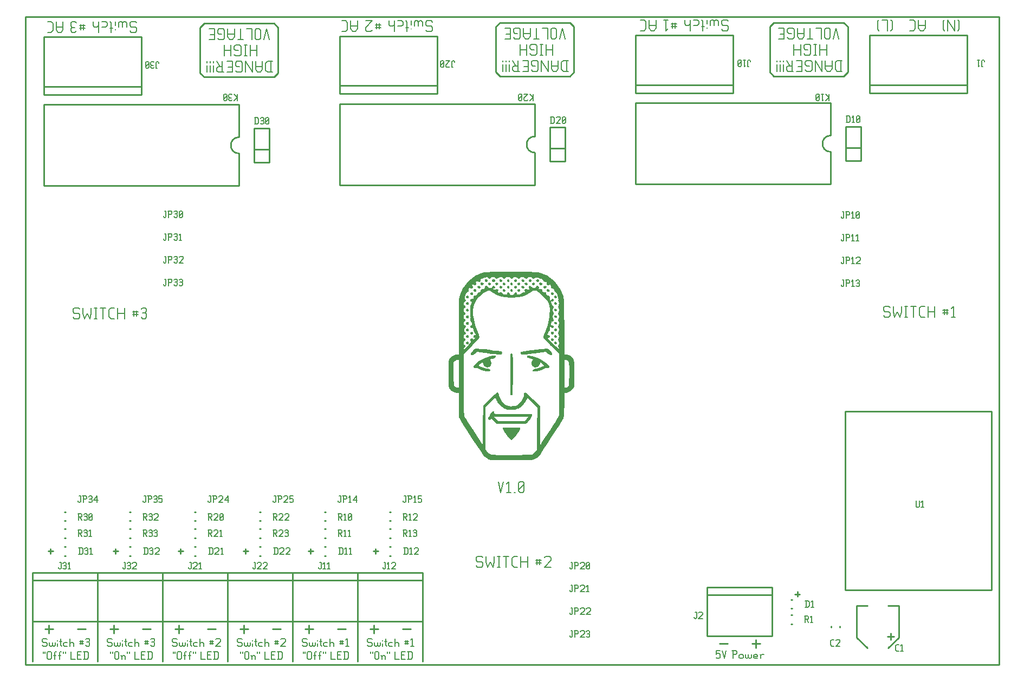
<source format=gbr>
G04 start of page 8 for group -4079 idx -4079 *
G04 Title: (unknown), topsilk *
G04 Creator: pcb 20140316 *
G04 CreationDate: Wed 29 Apr 2020 12:31:51 AM GMT UTC *
G04 For: railfan *
G04 Format: Gerber/RS-274X *
G04 PCB-Dimensions (mil): 6000.00 4000.00 *
G04 PCB-Coordinate-Origin: lower left *
%MOIN*%
%FSLAX25Y25*%
%LNTOPSILK*%
%ADD72C,0.0083*%
%ADD71C,0.0080*%
%ADD70C,0.0100*%
%ADD69C,0.0001*%
G54D69*G36*
X283056Y242203D02*X283690Y242344D01*
X288861Y242523D01*
X299348Y242637D01*
X309889Y242551D01*
X315130Y242388D01*
X315836Y242252D01*
X317306Y241975D01*
X321548Y240245D01*
X326290Y236735D01*
X329800Y231976D01*
X331531Y227707D01*
X331819Y226226D01*
X331889Y225862D01*
X331992Y224598D01*
X332101Y221468D01*
X332160Y216162D01*
X332177Y210042D01*
Y191606D01*
X333935D01*
X335904Y190901D01*
X337542Y189198D01*
X337814Y188698D01*
X337906Y188530D01*
X338118Y187971D01*
X338291Y186778D01*
X338383Y184467D01*
X338427Y181391D01*
X338438Y180365D01*
X338448Y179117D01*
X338421Y174582D01*
X338275Y172189D01*
X338226Y172010D01*
X338069Y171462D01*
X336343Y169249D01*
X334184Y171592D01*
X334873Y172591D01*
X335150Y175070D01*
X335204Y178537D01*
Y180712D01*
X335166Y183778D01*
X335020Y186241D01*
X334705Y187527D01*
X334325Y188004D01*
X334168Y188085D01*
X334103Y188118D01*
X333246Y188324D01*
X332177D01*
Y171402D01*
X333224D01*
X334184Y171592D01*
X336343Y169249D01*
X333815Y168131D01*
X333262Y168126D01*
X332177Y168120D01*
Y160139D01*
X332160Y157286D01*
X332090Y154969D01*
X331938Y153596D01*
X331759Y152853D01*
X331678Y152615D01*
X331547Y152240D01*
X330918Y151193D01*
X329269Y148464D01*
X327012Y144862D01*
X324424Y140831D01*
X321793Y136800D01*
X319395Y133203D01*
X317523Y130490D01*
X316753Y129399D01*
X316449Y129079D01*
X316308Y128933D01*
X315277Y128119D01*
X314105Y127403D01*
X313893Y127300D01*
X312353Y126578D01*
X297894D01*
X292420Y126589D01*
X288513Y126654D01*
X286696Y126828D01*
X285915Y127061D01*
X285671Y127159D01*
X285475Y127240D01*
X283359Y128548D01*
X283224Y128672D01*
X283072Y128808D01*
X282307Y129828D01*
X280576Y132291D01*
X278233Y135763D01*
X276160Y138910D01*
X275476Y139963D01*
X274462Y141525D01*
X271435Y146218D01*
X269064Y150000D01*
X267881Y152115D01*
X267496Y153032D01*
X267420Y153347D01*
X267393Y153455D01*
X267290Y155940D01*
X267257Y160145D01*
X267263Y161111D01*
X267300Y168120D01*
X266085Y168126D01*
X265749Y168131D01*
X264007Y168554D01*
X262586Y169363D01*
X262418Y169558D01*
X262358Y169623D01*
X261490Y171120D01*
X261414Y171289D01*
X261316Y171500D01*
X261083Y172146D01*
X260909Y173383D01*
X260844Y175754D01*
X260833Y178944D01*
Y187461D01*
X261490Y188726D01*
X264116Y187109D01*
Y179036D01*
X264127Y176041D01*
X264186Y173838D01*
X264349Y172786D01*
X264555Y172363D01*
X264647Y172238D01*
X264751Y172102D01*
X266020Y171468D01*
X266226Y171451D01*
X267273Y171375D01*
Y188324D01*
X266036D01*
X264935Y187814D01*
X264826Y187716D01*
X264116Y187109D01*
X261490Y188726D01*
X261712Y189165D01*
X263204Y190722D01*
X265255Y191498D01*
X265760Y191541D01*
X267328Y191682D01*
X270306Y191883D01*
X270366Y172992D01*
Y171506D01*
X270388Y167041D01*
X270409Y162472D01*
X270442Y159092D01*
X270485Y156711D01*
X270550Y155126D01*
X270637Y154150D01*
X270746Y153580D01*
X270849Y153309D01*
X270897Y153222D01*
X270963Y153103D01*
X271500Y152235D01*
X272796Y150200D01*
X274592Y147412D01*
X276176Y144981D01*
X276708Y144167D01*
X282047Y135997D01*
X282112Y148079D01*
X282171Y160167D01*
X286278Y164279D01*
X286989Y165001D01*
X289192Y167100D01*
X290879Y168310D01*
X291725Y168050D01*
X292073Y166878D01*
X292132Y166476D01*
X292230Y165804D01*
X293521Y162928D01*
X295832Y160812D01*
X296440Y160514D01*
X296820Y160329D01*
X298133Y159852D01*
X299603Y159809D01*
X300064Y159836D01*
X300455Y159863D01*
X301876Y160074D01*
X302956Y160492D01*
X303184Y160622D01*
X303737Y160948D01*
X306010Y163351D01*
X307171Y165831D01*
Y166943D01*
X307388Y167800D01*
X307426Y167865D01*
X307502Y168012D01*
X307936Y168348D01*
X308826Y168033D01*
X310421Y166699D01*
X312407Y164778D01*
X313058Y164127D01*
X311761Y162901D01*
X309889Y164653D01*
X309195Y164936D01*
Y164366D01*
X308273Y162641D01*
X306710Y160481D01*
X306390Y160177D01*
X306216Y160020D01*
X305072Y159152D01*
X303883Y158414D01*
X303688Y158322D01*
X303368Y158176D01*
X302044Y157758D01*
X300205Y157638D01*
X298979D01*
X297124Y157758D01*
X295773Y158219D01*
X295431Y158387D01*
X294948Y158626D01*
X292729Y160356D01*
X291091Y162467D01*
X290906Y162890D01*
X290825Y163075D01*
X290130Y164697D01*
X290103Y164773D01*
X290076Y164843D01*
X289902Y165011D01*
X289452Y164800D01*
X288492Y163948D01*
X287206Y162679D01*
X286783Y162250D01*
X283690Y159157D01*
Y133349D01*
X284423Y132335D01*
X284656Y132009D01*
X285909Y130810D01*
X287396Y130083D01*
X287754Y129991D01*
X287938Y129947D01*
X288942Y129877D01*
X291411Y129801D01*
X295198Y129774D01*
X299066Y129779D01*
X300357Y129785D01*
X311848Y129861D01*
X312971Y130495D01*
X313118Y130582D01*
X314691Y131998D01*
X314788Y132134D01*
X315483Y133143D01*
X315494Y146147D01*
X315505Y159157D01*
X312353Y162310D01*
X311761Y162901D01*
X313058Y164127D01*
X317273Y159912D01*
Y135921D01*
X317832Y136805D01*
X317908Y136930D01*
X318413Y137711D01*
X319590Y139512D01*
X321190Y141948D01*
X322579Y144059D01*
X323046Y144759D01*
X323513Y145469D01*
X324896Y147607D01*
X326507Y150124D01*
X327695Y152045D01*
X328216Y152918D01*
X328298Y153092D01*
X328889Y154356D01*
Y192209D01*
X324093Y197032D01*
X323350Y197781D01*
X320583Y200699D01*
X319297Y201936D01*
Y202718D01*
X319742Y203819D01*
X319818Y203976D01*
X320447Y205354D01*
X321955Y209678D01*
X323089Y215120D01*
X323171Y219954D01*
X322585Y222965D01*
X322167Y223855D01*
X321912Y224397D01*
X320778Y225840D01*
X318613Y228054D01*
X316264Y229953D01*
X314848Y230843D01*
X314344Y230984D01*
X314067Y231060D01*
X312857Y230978D01*
X311322Y230088D01*
X310888Y229757D01*
X310356Y229361D01*
X308631Y228336D01*
X306184Y227403D01*
X303314Y226882D01*
X300661Y226725D01*
X299777Y226719D01*
X298860D01*
X296120Y226871D01*
X293174Y227392D01*
X290673Y228347D01*
X288904Y229394D01*
X288362Y229801D01*
X287900Y230148D01*
X286381Y231032D01*
X285177Y231000D01*
X284873Y230891D01*
X284526Y230772D01*
X282790Y229785D01*
X280631Y227994D01*
X280077Y227473D01*
X279491Y226931D01*
X277961Y225048D01*
X276627Y222401D01*
X276035Y219406D01*
Y216786D01*
X276133Y215923D01*
X276241Y214957D01*
X277440Y209591D01*
X279182Y204638D01*
X277630Y204139D01*
X277153Y204991D01*
X276572Y206005D01*
X276518Y206043D01*
X276480Y206071D01*
X276220Y206841D01*
X276214Y206933D01*
X276203Y207031D01*
X276138Y207872D01*
Y207904D01*
X276133Y207942D01*
X275373Y208083D01*
X275254Y208067D01*
X275075Y208051D01*
X274261Y208392D01*
X274229Y208501D01*
X274174Y208658D01*
X274343Y209380D01*
X274890Y209787D01*
X275151D01*
X275390Y209977D01*
X275292Y210693D01*
X275243Y210921D01*
X275205Y211083D01*
X274815Y212060D01*
X274554D01*
X274207Y212597D01*
X274261Y213346D01*
X274353Y213449D01*
X274397Y213509D01*
X274500Y214675D01*
X274473Y214838D01*
X274413Y215169D01*
X274343Y216389D01*
X274288Y218549D01*
X274321Y220562D01*
X274386Y221533D01*
X274440Y221657D01*
X274462Y221712D01*
X274912Y222965D01*
X274966Y223106D01*
X275037Y223328D01*
X275205Y224023D01*
X274939Y224180D01*
X274690D01*
X274212Y224696D01*
X274250Y225471D01*
X274359Y225596D01*
X274408Y225656D01*
X275335Y225911D01*
X275455Y225900D01*
X275612Y225889D01*
X276117Y225960D01*
X276252Y226426D01*
X276258Y226578D01*
X276263Y226882D01*
X276410Y227777D01*
X276996Y227967D01*
X277451D01*
X278227Y228238D01*
X278661Y229025D01*
X278726Y229280D01*
X278759Y229421D01*
X279545Y230029D01*
X279714Y230040D01*
X279887Y230056D01*
X280413Y230251D01*
X280631Y230810D01*
X280658Y231000D01*
X280685Y231195D01*
X280918Y231765D01*
X281634Y231906D01*
X281873D01*
X282166Y231911D01*
X283061Y232118D01*
X283294Y232850D01*
X283300Y233094D01*
Y233268D01*
X283435Y233789D01*
X283945Y233962D01*
X284119Y233978D01*
X284287Y233995D01*
X284808Y233924D01*
X285052Y233544D01*
X285090Y233409D01*
X285123Y233279D01*
X285839Y232769D01*
X286381D01*
X287260Y232638D01*
X287315Y232617D01*
X287374Y232595D01*
X287765Y233051D01*
X287781Y233181D01*
X287792Y233322D01*
X288383Y233968D01*
X288513Y233978D01*
X288714Y234006D01*
X289463Y233680D01*
X289685Y232948D01*
X289631Y232769D01*
X289604Y232687D01*
X289034Y232264D01*
X288210D01*
X288915Y231656D01*
X289062Y231532D01*
X289550Y231201D01*
X289767Y231439D01*
X289805Y231532D01*
X289864Y231689D01*
X290613Y232004D01*
X291416Y231689D01*
X291503Y231532D01*
X291541Y231456D01*
X291449Y230664D01*
X291389Y230571D01*
X291318Y230468D01*
X291183Y230099D01*
X291519Y229844D01*
X291644Y229785D01*
X291736Y229741D01*
X292382Y229725D01*
X292409Y229763D01*
X292485Y229888D01*
X293250Y229996D01*
X294004Y229541D01*
X294074Y229383D01*
X294118Y229280D01*
X295094Y228651D01*
X295257Y228624D01*
X295577Y228575D01*
X296565Y228526D01*
X296841Y228993D01*
X296863Y229155D01*
X296879Y229302D01*
X297069Y229730D01*
X297541Y229861D01*
X297861D01*
X298333Y229736D01*
X298523Y229313D01*
X298540Y229166D01*
X298556Y229014D01*
X298800Y228575D01*
X299679Y228472D01*
X300270D01*
X301149Y228575D01*
X301399Y229014D01*
X301415Y229166D01*
X301431Y229313D01*
X301616Y229736D01*
X302088Y229861D01*
X302402D01*
X302874Y229736D01*
X303064Y229313D01*
X303081Y229166D01*
X303091Y229031D01*
X303260Y228624D01*
X303699Y228596D01*
X303840Y228624D01*
X304193Y228700D01*
X305262Y229014D01*
X305793Y229416D01*
X305880Y229535D01*
X305945Y229633D01*
X306911Y229937D01*
X307074Y229909D01*
X307296Y229877D01*
X307991Y229937D01*
X307980Y230419D01*
X307915Y230544D01*
X307806Y230740D01*
X307828Y231570D01*
X308473Y232009D01*
X308918D01*
X309602Y231684D01*
X309634Y231629D01*
X309678Y231548D01*
X310285Y231564D01*
X310405Y231646D01*
X310524Y231732D01*
X310654Y232340D01*
X310584Y232411D01*
X310405Y232590D01*
X310280Y233534D01*
X311110Y234016D01*
X311365Y233984D01*
X311495Y233973D01*
X312157Y233436D01*
X312173Y233333D01*
X312184Y233213D01*
X312439Y232866D01*
X313215Y232769D01*
X313736D01*
X314528Y232872D01*
X314826Y233268D01*
X314864Y233409D01*
X314897Y233544D01*
X315141Y233924D01*
X315662Y233995D01*
X315836Y233978D01*
X315993Y233968D01*
X316714Y233436D01*
X316731Y233322D01*
X316742Y233241D01*
X316579Y232459D01*
X316541Y232411D01*
X316476Y232335D01*
X316459Y231944D01*
X317246Y231901D01*
X317501Y231933D01*
X317702Y231960D01*
X318337Y231944D01*
X318613Y231646D01*
X318651Y231532D01*
X318673Y231456D01*
X318695Y230805D01*
X318678Y230772D01*
X318635Y230701D01*
X319009Y230181D01*
X319981Y229937D01*
X320203Y229953D01*
X320398Y229975D01*
X321011Y229844D01*
X321163Y229009D01*
X321174Y228727D01*
Y228602D01*
X321793Y228027D01*
X321944Y228011D01*
X322210Y227983D01*
X323046Y227625D01*
X323258Y226947D01*
X323214Y226757D01*
X323192Y226671D01*
X323328Y225466D01*
X323371Y225358D01*
X323692Y224587D01*
X323843Y225206D01*
X323865Y225314D01*
X324532Y225889D01*
X324646Y225900D01*
X324842Y225922D01*
X325569Y225585D01*
X325786Y224842D01*
X325731Y224663D01*
X325693Y224560D01*
X324918Y224202D01*
X324760Y224218D01*
X323968Y224305D01*
X324348Y223144D01*
X324397Y222981D01*
X325156Y221788D01*
X325232Y221755D01*
X325395Y221685D01*
X325802Y221120D01*
X325634Y220448D01*
X325509Y220317D01*
X325379Y220193D01*
X325118Y218934D01*
X325357Y217713D01*
X325482Y217610D01*
X325612Y217502D01*
X325503Y216308D01*
X325357Y216172D01*
X325183Y216026D01*
X324858Y214876D01*
X325227Y213742D01*
X325406Y213595D01*
X325579Y213454D01*
X325775Y212619D01*
X325173Y212060D01*
X324842D01*
X324451Y211848D01*
X324174Y211170D01*
X324120Y210937D01*
X324082Y210785D01*
X323843Y210020D01*
Y209711D01*
X324451Y209705D01*
X324549Y209716D01*
X324760Y209749D01*
X325547Y209456D01*
X325791Y208713D01*
X325731Y208523D01*
X325672Y208344D01*
X324760Y208034D01*
X323876Y208566D01*
X323822Y208778D01*
X323795Y208886D01*
X323653Y209190D01*
X323485Y208691D01*
X323447Y208523D01*
X323415Y208403D01*
X323219Y207009D01*
Y206906D01*
X323214Y206808D01*
X322927Y206076D01*
X322883Y206060D01*
X322807Y206038D01*
X322238Y205154D01*
X321820Y204258D01*
Y203900D01*
X322178Y203727D01*
X322487D01*
X323051Y203401D01*
X323095Y203347D01*
X323198Y203222D01*
X323203Y202468D01*
X322715Y201958D01*
X322433D01*
X322075Y201817D01*
Y201486D01*
X323078Y200634D01*
X325015Y198638D01*
X325482Y198171D01*
X325883Y197770D01*
X327120Y196560D01*
X328167Y195600D01*
X328721Y195214D01*
X328889Y195296D01*
Y195491D01*
X328672Y196006D01*
X328639Y196023D01*
X328601Y196044D01*
X328384Y196592D01*
Y196967D01*
X328601Y197520D01*
X328639Y197542D01*
X328672Y197564D01*
X328889Y198486D01*
Y199115D01*
X328672Y200048D01*
X328639Y200065D01*
X328601Y200086D01*
X328384Y200634D01*
Y201009D01*
X328601Y201562D01*
X328639Y201578D01*
X328672Y201600D01*
X328889Y202528D01*
Y203157D01*
X328672Y204085D01*
X328639Y204106D01*
X328601Y204128D01*
X328384Y204676D01*
Y205051D01*
X328601Y205604D01*
X328639Y205620D01*
X328672Y205642D01*
X328889Y206570D01*
Y207199D01*
X328672Y208127D01*
X328639Y208143D01*
X328601Y208165D01*
X328384Y208713D01*
Y209092D01*
X328601Y209646D01*
X328639Y209662D01*
X328672Y209684D01*
X328889Y210606D01*
Y211235D01*
X328672Y212169D01*
X328639Y212185D01*
X328601Y212206D01*
X328384Y212755D01*
Y213129D01*
X328601Y213682D01*
X328639Y213698D01*
X328672Y213720D01*
X328889Y214648D01*
Y215277D01*
X328672Y216210D01*
X328639Y216227D01*
X328601Y216248D01*
X328384Y216796D01*
Y217171D01*
X328601Y217724D01*
X328639Y217740D01*
X328672Y217762D01*
X328889Y218690D01*
Y219319D01*
X328672Y220247D01*
X328639Y220269D01*
X328601Y220290D01*
X328384Y220838D01*
Y221213D01*
X328601Y221766D01*
X328639Y221788D01*
X328726Y221842D01*
X328883Y223052D01*
X328699Y224262D01*
X328612Y224316D01*
X328574Y224343D01*
X328433Y225162D01*
X328449Y225265D01*
X328498Y225613D01*
X328368Y226687D01*
X327902Y228309D01*
X327234Y229671D01*
X326735Y230262D01*
X326545Y230289D01*
X326431Y230306D01*
X325976Y231076D01*
Y231250D01*
X325970Y231445D01*
X325813Y232025D01*
X325178Y232237D01*
X324966Y232264D01*
X324744Y232291D01*
X324104Y232503D01*
X323968Y233121D01*
Y233637D01*
X323664Y234564D01*
X323143Y234646D01*
X323111Y234586D01*
X323035Y234467D01*
X322156Y234336D01*
X321380Y234727D01*
X321353Y234863D01*
X321337Y234928D01*
X321364Y235584D01*
X321380Y235622D01*
X321435Y235774D01*
X321418Y236290D01*
X320713Y236431D01*
X320252D01*
X319579Y236539D01*
X319357Y236946D01*
X319340Y237087D01*
X319319Y237255D01*
X318749Y237955D01*
X317854Y238324D01*
X317393D01*
X316915Y238525D01*
X316883Y238552D01*
X316845Y238585D01*
X315635Y238986D01*
X315472Y239019D01*
X315223Y239073D01*
X314463Y239143D01*
X314197Y238878D01*
X314170Y238774D01*
X314127Y238612D01*
X313280Y238297D01*
X312412Y238661D01*
X312358Y238829D01*
X312325Y238937D01*
X311994Y239241D01*
X311229Y239333D01*
X310719D01*
X309954Y239241D01*
X309645Y238937D01*
X309624Y238829D01*
X309596Y238742D01*
X308951Y238324D01*
X308501D01*
X307833Y238742D01*
X307806Y238829D01*
X307773Y238937D01*
X307448Y239241D01*
X306683Y239333D01*
X306173D01*
X305408Y239241D01*
X305099Y238937D01*
X305077Y238829D01*
X305055Y238742D01*
X304491Y238324D01*
X304063D01*
X303368Y238758D01*
X303325Y238829D01*
X303260Y238926D01*
X302202Y239333D01*
X301589D01*
X300856Y239236D01*
X300552Y238932D01*
X300531Y238829D01*
X300509Y238742D01*
X299923Y238324D01*
X299522D01*
X298936Y238742D01*
X298914Y238829D01*
X298887Y238937D01*
X298567Y239246D01*
X297726Y239333D01*
X297167D01*
X296331Y239246D01*
X296011Y238937D01*
X295984Y238829D01*
X295963Y238742D01*
X295382Y238324D01*
X294981D01*
X294395Y238742D01*
X294373Y238829D01*
X294346Y238937D01*
X294031Y239241D01*
X293272Y239333D01*
X292658D01*
X291573Y238932D01*
X291519Y238829D01*
X291476Y238758D01*
X290825Y238324D01*
X290407D01*
X289843Y238747D01*
X289826Y238829D01*
X289799Y238937D01*
X289490Y239241D01*
X288725Y239333D01*
X288215D01*
X287450Y239241D01*
X287125Y238937D01*
X287098Y238829D01*
X287070Y238742D01*
X286403Y238324D01*
X285953D01*
X285302Y238742D01*
X285280Y238829D01*
X285258Y238899D01*
X285020Y239312D01*
X285003Y239306D01*
X284596Y239236D01*
X283104Y238888D01*
X282426Y238655D01*
Y238498D01*
X281607Y238270D01*
X281477Y238248D01*
X281271Y238216D01*
X280674Y237999D01*
X280533Y237445D01*
Y237087D01*
X280408Y236556D01*
X279952Y236360D01*
X279800Y236338D01*
X279697Y236328D01*
X278894Y236539D01*
X278867Y236583D01*
X278824Y236653D01*
X278151Y236637D01*
X278021Y236566D01*
X277902Y236507D01*
X277744Y235964D01*
X277782Y235937D01*
X277836Y235899D01*
X278108Y235134D01*
X278097Y235042D01*
X278070Y234852D01*
X277310Y234331D01*
X276372Y234505D01*
X276258Y234662D01*
X276198Y234743D01*
X275612Y234689D01*
X275520Y234586D01*
X275444Y234510D01*
X275542Y233973D01*
X275607Y233951D01*
X275710Y233924D01*
X276073Y233235D01*
X276062Y233094D01*
X276046Y232958D01*
X275395Y232318D01*
X275254Y232302D01*
X275151Y232291D01*
X274348Y232497D01*
X274321Y232541D01*
X274283Y232600D01*
X273762Y232535D01*
X273464Y231613D01*
Y231114D01*
X273350Y230528D01*
X272992Y230300D01*
X272867Y230278D01*
X272758Y230262D01*
X271798Y229123D01*
X271695Y228879D01*
X271483Y228407D01*
X270941Y226730D01*
X271044Y225916D01*
X271163Y225868D01*
X271321Y225808D01*
X271570Y225032D01*
X271114Y224240D01*
X270935Y224169D01*
X270800Y224121D01*
X270420Y223790D01*
X270306Y223149D01*
Y222726D01*
X270409Y222108D01*
X270751Y221875D01*
X270870Y221858D01*
X270979Y221847D01*
X271440Y221234D01*
Y220822D01*
X270979Y220209D01*
X270870Y220193D01*
X270746Y220176D01*
X270404Y219938D01*
X270306Y219238D01*
Y218777D01*
X270404Y218077D01*
X270746Y217833D01*
X270870Y217816D01*
X270979Y217806D01*
X271440Y217198D01*
Y216786D01*
X270979Y216167D01*
X270870Y216151D01*
X270746Y216135D01*
X270404Y215896D01*
X270306Y215196D01*
Y214735D01*
X270404Y214035D01*
X270746Y213791D01*
X270870Y213774D01*
X270979Y213764D01*
X271440Y213156D01*
Y212744D01*
X270990Y212125D01*
X270887Y212109D01*
X270740Y212093D01*
X270344Y211783D01*
X270398Y210888D01*
X270458Y210595D01*
X270480Y210481D01*
X271011Y209733D01*
X271087Y209711D01*
X271250Y209667D01*
X271581Y208908D01*
X271228Y208143D01*
X271060Y208100D01*
X270957Y208072D01*
X270653Y207785D01*
X270556Y207112D01*
Y206662D01*
X270659Y205984D01*
X270979Y205691D01*
X271087Y205658D01*
X271245Y205620D01*
X271559Y204812D01*
X271055Y204058D01*
X270859Y204031D01*
X270740Y204014D01*
X270404Y203776D01*
X270306Y203076D01*
Y202615D01*
X270404Y201915D01*
X270746Y201671D01*
X270870Y201654D01*
X270979Y201643D01*
X271440Y201036D01*
Y200623D01*
X270979Y200005D01*
X270870Y199989D01*
X270746Y199972D01*
X270404Y199734D01*
X270306Y199034D01*
Y198573D01*
X270404Y197873D01*
X270746Y197634D01*
X270870Y197612D01*
X270979Y197601D01*
X271440Y196994D01*
Y196581D01*
X270979Y195963D01*
X270870Y195947D01*
X270762Y195936D01*
X270312Y195323D01*
X270317Y195193D01*
Y195122D01*
X270398Y194911D01*
X270735Y195057D01*
X271483Y195768D01*
X272487Y196815D01*
X272818Y197162D01*
X273301Y197677D01*
X274690Y199283D01*
X274825Y199891D01*
X274679Y199918D01*
X274218Y200471D01*
X274250Y201215D01*
X274348Y201329D01*
X274462Y201464D01*
X275297Y201687D01*
X276019Y201329D01*
X276079Y201177D01*
X276111Y201085D01*
X276317Y200824D01*
X276735Y201182D01*
X276860Y201312D01*
X276979Y201443D01*
X277299Y201877D01*
X277012Y201958D01*
X276757D01*
X276279Y202397D01*
X276193Y203157D01*
X276258Y203320D01*
X276279Y203380D01*
X276827Y203727D01*
X277175D01*
X277630Y203824D01*
Y204139D01*
X279182Y204638D01*
X279567Y203879D01*
X279648Y203716D01*
X280110Y202387D01*
X280104Y202338D01*
X280093Y202294D01*
X279687Y201812D01*
X278618Y200618D01*
X277055Y198936D01*
X275639Y197444D01*
X275167Y196945D01*
X270306Y191883D01*
X267328Y191682D01*
X267252Y208501D01*
X267241Y210747D01*
X267219Y217491D01*
X267252Y222797D01*
X267366Y225585D01*
X267501Y226660D01*
X267588Y227007D01*
X267930Y228412D01*
X269736Y232427D01*
X273171Y236903D01*
X277685Y240234D01*
X281672Y241910D01*
X283056Y242203D01*
G37*
G36*
X298952Y192035D02*X298990Y192144D01*
X299560Y192339D01*
X300238Y192116D01*
X300330Y192008D01*
X300379Y191954D01*
X300449Y191178D01*
X300525Y188894D01*
X300558Y184966D01*
X300552Y180647D01*
X300547Y179204D01*
X300482Y166731D01*
X298968D01*
X298903Y179231D01*
X298898Y180452D01*
X298887Y184109D01*
X298892Y188151D01*
X298914Y190934D01*
X298936Y191997D01*
X298952Y192035D01*
G37*
G36*
X286495Y154459D02*X286815Y155023D01*
X287993Y156591D01*
X288872Y156537D01*
X289002Y156380D01*
X289040Y156336D01*
X289154Y155577D01*
X289132Y155506D01*
X289110Y155446D01*
X289224Y155208D01*
X290467Y155045D01*
X293923Y154969D01*
X298974Y154937D01*
X300661Y154926D01*
X312353Y154861D01*
X312428Y154204D01*
X312439Y154085D01*
X312141Y153255D01*
X311229Y151926D01*
X310937Y151551D01*
X310719Y151280D01*
X309716Y150059D01*
X309032Y149289D01*
X308978Y149245D01*
X308902Y149186D01*
X308349Y149093D01*
X308056Y150721D01*
X309005Y151969D01*
X309949Y153222D01*
X289143D01*
X290380Y151958D01*
X291617Y150694D01*
X299836Y150710D01*
X308056Y150721D01*
X308349Y149093D01*
X306743Y148996D01*
X303927Y148941D01*
X300726Y148925D01*
X290733D01*
X289056Y150710D01*
X287374Y152490D01*
X287043Y151855D01*
X286940Y151671D01*
X286235Y151242D01*
X285546Y151535D01*
X285459Y151703D01*
X285405Y151806D01*
X285497Y152528D01*
X286229Y153993D01*
X286495Y154459D01*
G37*
G36*
X294454Y146478D02*X294476Y146506D01*
X296082Y146609D01*
X298838Y146657D01*
X304903D01*
Y145594D01*
X304187Y144449D01*
X302554Y142127D01*
X300769Y140011D01*
X299890Y139078D01*
X299353D01*
X298621Y139892D01*
X297102Y141726D01*
X296717Y142236D01*
X296369Y142691D01*
X295360Y144075D01*
X294590Y145296D01*
X294313Y146044D01*
X294384Y146408D01*
X294454Y146478D01*
G37*
G36*
X325965Y215494D02*X325986Y215559D01*
X326692Y215814D01*
X326806Y215798D01*
X326947Y215787D01*
X327370Y215597D01*
X327500Y215125D01*
Y214805D01*
X327375Y214333D01*
X326903Y214208D01*
X326545D01*
X325943Y214561D01*
X325883Y215299D01*
X325965Y215494D01*
G37*
G36*
Y211452D02*X325986Y211517D01*
X326692Y211772D01*
X326806Y211756D01*
X326947Y211745D01*
X327370Y211556D01*
X327500Y211083D01*
Y210763D01*
X327375Y210291D01*
X326903Y210167D01*
X326545D01*
X325943Y210519D01*
X325883Y211257D01*
X325965Y211452D01*
G37*
G36*
Y207411D02*X325986Y207476D01*
X326692Y207731D01*
X326806Y207714D01*
X326947Y207703D01*
X327370Y207514D01*
X327500Y207042D01*
Y206727D01*
X327375Y206250D01*
X326903Y206125D01*
X326545D01*
X325943Y206477D01*
X325883Y207215D01*
X325965Y207411D01*
G37*
G36*
X271831Y215494D02*X271874Y215549D01*
X272715Y215809D01*
X272807Y215798D01*
X272943Y215782D01*
X273339Y215597D01*
X273464Y215125D01*
Y214805D01*
X273328Y214322D01*
X272834Y214149D01*
X272666Y214132D01*
X272509Y214116D01*
X271728Y214480D01*
X271695Y214583D01*
X271668Y214659D01*
X271782Y215440D01*
X271831Y215494D01*
G37*
G36*
Y211452D02*X271874Y211507D01*
X272715Y211767D01*
X272807Y211756D01*
X272943Y211740D01*
X273339Y211556D01*
X273464Y211083D01*
Y210763D01*
X273328Y210281D01*
X272834Y210107D01*
X272666Y210091D01*
X272509Y210080D01*
X271728Y210443D01*
X271695Y210546D01*
X271668Y210622D01*
X271782Y211398D01*
X271831Y211452D01*
G37*
G36*
Y207411D02*X271874Y207465D01*
X272715Y207725D01*
X272807Y207714D01*
X272943Y207703D01*
X273464Y207096D01*
Y206727D01*
X273328Y206244D01*
X272834Y206065D01*
X272666Y206049D01*
X272509Y206038D01*
X271728Y206401D01*
X271695Y206505D01*
X271668Y206580D01*
X271782Y207362D01*
X271831Y207411D01*
G37*
G36*
X274359Y205392D02*X274397Y205446D01*
X275238Y205707D01*
X275330Y205696D01*
X275466Y205685D01*
X275862Y205495D01*
X275986Y205023D01*
Y204703D01*
X275851Y204220D01*
X275357Y204047D01*
X275189Y204031D01*
X275032Y204020D01*
X274250Y204383D01*
X274218Y204486D01*
X274191Y204562D01*
X274310Y205338D01*
X274359Y205392D01*
G37*
G36*
X271831Y203374D02*X271874Y203428D01*
X272715Y203689D01*
X272807Y203678D01*
X272943Y203662D01*
X273464Y203054D01*
Y202685D01*
X273328Y202202D01*
X272834Y202023D01*
X272666Y202007D01*
X272509Y201996D01*
X271728Y202360D01*
X271695Y202463D01*
X271668Y202539D01*
X271782Y203320D01*
X271831Y203374D01*
G37*
G36*
X323941Y201350D02*X323984Y201475D01*
X324690Y201714D01*
X325498Y201475D01*
X325601Y201350D01*
X325645Y201296D01*
X325758Y200520D01*
X325737Y200444D01*
X325699Y200341D01*
X324907Y199978D01*
X324749Y199989D01*
X324543Y200010D01*
X323930Y200412D01*
X323865Y201161D01*
X323941Y201350D01*
G37*
G36*
X271831Y199332D02*X271874Y199386D01*
X272715Y199647D01*
X272807Y199636D01*
X272943Y199620D01*
X273339Y199435D01*
X273464Y198963D01*
Y198643D01*
X273328Y198160D01*
X272834Y197987D01*
X272666Y197970D01*
X272509Y197960D01*
X271728Y198318D01*
X271695Y198421D01*
X271668Y198497D01*
X271782Y199278D01*
X271831Y199332D01*
G37*
G36*
X275905Y194053D02*X276144Y194303D01*
X277088Y195095D01*
X277717Y195393D01*
X278162D01*
X278878Y195323D01*
X280750Y195122D01*
X283224Y194835D01*
X285985Y194504D01*
X288725Y194162D01*
X291123Y193853D01*
X292865Y193608D01*
X293516Y193516D01*
X293640Y193467D01*
X293765Y193424D01*
X294037Y192626D01*
X293809Y191726D01*
X293689Y191623D01*
X293624Y191574D01*
X293136Y191547D01*
X291753Y191617D01*
X289365Y191856D01*
X286712Y192160D01*
X285833Y192263D01*
X278308Y193169D01*
X277272Y192144D01*
X277006Y191883D01*
X275894Y191178D01*
X275037Y191265D01*
X274901Y191400D01*
X274755Y191547D01*
X274701Y192453D01*
X275579Y193728D01*
X275905Y194053D01*
G37*
G36*
X286468Y190586D02*X286723Y190657D01*
X288063Y190917D01*
X289121Y191037D01*
X289246Y191026D01*
X289425Y191021D01*
X289968Y190880D01*
X290130Y190500D01*
Y190174D01*
X289718Y189577D01*
X288248Y189143D01*
X287754Y189046D01*
X287526Y189002D01*
X286414Y188623D01*
X286522Y188590D01*
X287114Y187765D01*
X287477Y186762D01*
Y186067D01*
X287043Y184988D01*
X286175Y184125D01*
X285964Y184033D01*
X285665Y183913D01*
X284645Y183826D01*
X283419Y184174D01*
X282518Y184966D01*
X282171Y185796D01*
Y186257D01*
X282019Y186805D01*
X281661D01*
X280734Y186078D01*
X280571Y185959D01*
X279372Y185112D01*
X280028Y184597D01*
X280256Y184412D01*
X284146Y183034D01*
X284699Y182937D01*
X285101Y182872D01*
X286305Y182573D01*
X286593Y182145D01*
Y181868D01*
X286327Y181466D01*
X285009Y181401D01*
X284575Y181407D01*
X284010Y181418D01*
X281368Y181906D01*
X279209Y182921D01*
X278889Y183186D01*
X278737Y183316D01*
X277777Y183561D01*
X277679Y183496D01*
X277506Y183392D01*
X276768Y183371D01*
X276366Y183941D01*
Y184516D01*
X277343Y185671D01*
X279811Y187554D01*
X283088Y189344D01*
X285600Y190364D01*
X286468Y190586D01*
G37*
G36*
X323941Y205392D02*X323984Y205517D01*
X324690Y205756D01*
X325498Y205517D01*
X325601Y205392D01*
X325645Y205338D01*
X325758Y204562D01*
X325737Y204486D01*
X325699Y204383D01*
X324907Y204020D01*
X324749Y204031D01*
X324543Y204052D01*
X323930Y204454D01*
X323865Y205202D01*
X323941Y205392D01*
G37*
G36*
X325965Y203374D02*X325986Y203439D01*
X326692Y203694D01*
X326806Y203678D01*
X326947Y203667D01*
X327370Y203472D01*
X327500Y203000D01*
Y202685D01*
X327375Y202208D01*
X326903Y202083D01*
X326545D01*
X325943Y202436D01*
X325883Y203179D01*
X325965Y203374D01*
G37*
G36*
Y199332D02*X325986Y199397D01*
X326692Y199652D01*
X326806Y199636D01*
X326947Y199625D01*
X327370Y199435D01*
X327500Y198963D01*
Y198643D01*
X327375Y198171D01*
X326903Y198046D01*
X326545D01*
X325943Y198399D01*
X325883Y199137D01*
X325965Y199332D01*
G37*
G36*
X312857Y194466D02*X314235Y194639D01*
X318391Y195133D01*
X321245Y195312D01*
X322574Y194954D01*
X323317Y194254D01*
X323556Y194005D01*
X323876Y193668D01*
X324744Y192404D01*
X324684Y191541D01*
X324549Y191400D01*
X324408Y191265D01*
X323550Y191172D01*
X322438Y191872D01*
X322172Y192133D01*
X321114Y193169D01*
X313628Y192274D01*
X312890Y192187D01*
X310687Y191937D01*
X308229Y191682D01*
X306509Y191536D01*
X305831Y191498D01*
X305782Y191514D01*
X305647Y191569D01*
X305256Y192317D01*
X305327Y193153D01*
X305430Y193250D01*
X305484Y193310D01*
X307513Y193739D01*
X311712Y194330D01*
X312857Y194466D01*
G37*
G36*
X309369Y190950D02*X309504Y191091D01*
X310394Y191080D01*
X312336Y190711D01*
X314740Y189968D01*
X316563Y189246D01*
X317148Y188959D01*
X317724Y188682D01*
X320670Y186794D01*
X322715Y184998D01*
X322845Y184760D01*
X322943Y184581D01*
X322932Y183745D01*
X322378Y183273D01*
X322010D01*
X321456Y183490D01*
X321440Y183523D01*
X321418Y183561D01*
X320599Y183262D01*
X320480Y183170D01*
X320138Y182915D01*
X317979Y181917D01*
X315396Y181353D01*
X314848Y181315D01*
X314420Y181287D01*
X313145Y181277D01*
X312683Y181494D01*
X312656Y181580D01*
X312586Y181760D01*
X312846Y182465D01*
X314322Y182888D01*
X314826Y182958D01*
X315336Y183034D01*
X317968Y183832D01*
X319677Y184787D01*
X319726Y184939D01*
X319747Y185004D01*
X318760Y185970D01*
X317756Y186805D01*
X317387D01*
X317273Y186431D01*
Y185937D01*
X316785Y184846D01*
X315597Y183957D01*
X314110Y183794D01*
X312982Y184250D01*
X312721Y184510D01*
X312488Y184743D01*
X311951Y186301D01*
X312266Y187896D01*
X312466Y188145D01*
X312982Y188802D01*
X311517Y189084D01*
X311013Y189181D01*
X309520Y189566D01*
X309195Y190039D01*
Y190375D01*
X309341Y190928D01*
X309369Y190950D01*
G37*
G36*
X283283Y237716D02*X283332Y237858D01*
X284184Y238096D01*
X285020Y237760D01*
X285068Y237613D01*
X285133Y237407D01*
X284998Y236642D01*
X284303Y236344D01*
X284092Y236360D01*
X283886Y236382D01*
X283273Y236778D01*
X283208Y237527D01*
X283283Y237716D01*
G37*
G36*
X287830D02*X287873Y237836D01*
X288579Y238075D01*
X289382Y237836D01*
X289485Y237716D01*
X289528Y237662D01*
X289647Y236881D01*
X289626Y236805D01*
X289588Y236702D01*
X288796Y236344D01*
X288638Y236355D01*
X288432Y236376D01*
X287819Y236778D01*
X287754Y237527D01*
X287830Y237716D01*
G37*
G36*
X292382D02*X292431Y237847D01*
X293158Y238058D01*
X293939Y237733D01*
X294015Y237592D01*
X294102Y237429D01*
X293944Y236675D01*
X293228Y236311D01*
X293033Y236338D01*
X292876Y236366D01*
X292371Y236811D01*
X292317Y237548D01*
X292382Y237716D01*
G37*
G36*
X296923D02*X296944Y237782D01*
X297655Y238037D01*
X297769Y238020D01*
X297910Y238010D01*
X298328Y237820D01*
X298464Y237348D01*
Y237027D01*
X298339Y236556D01*
X297861Y236431D01*
X297503D01*
X296901Y236783D01*
X296841Y237521D01*
X296923Y237716D01*
G37*
G36*
X301469D02*X301491Y237782D01*
X302196Y238037D01*
X302310Y238020D01*
X302451Y238010D01*
X302874Y237820D01*
X303005Y237348D01*
Y237027D01*
X302880Y236556D01*
X302408Y236431D01*
X302050D01*
X301448Y236783D01*
X301388Y237521D01*
X301469Y237716D01*
G37*
G36*
X305907Y237689D02*X305951Y237749D01*
X306797Y238031D01*
X306895Y238020D01*
X307030Y238010D01*
X307426Y237820D01*
X307551Y237348D01*
Y237033D01*
X307421Y236566D01*
X306965Y236431D01*
X306574D01*
X305842Y236843D01*
X305793Y237559D01*
X305907Y237689D01*
G37*
G36*
X310351Y237613D02*X310378Y237706D01*
X311148Y238037D01*
X311300Y238020D01*
X311468Y238004D01*
X311962Y237830D01*
X312098Y237348D01*
Y237027D01*
X311956Y236550D01*
X311479Y236371D01*
X311316Y236355D01*
X311099Y236338D01*
X310410Y236642D01*
X310280Y237407D01*
X310351Y237613D01*
G37*
G36*
X314897D02*X314924Y237706D01*
X315694Y238037D01*
X315846Y238020D01*
X316015Y238004D01*
X316508Y237830D01*
X316644Y237348D01*
Y237027D01*
X316503Y236550D01*
X316025Y236371D01*
X315863Y236355D01*
X315646Y236338D01*
X314951Y236642D01*
X314826Y237407D01*
X314897Y237613D01*
G37*
G36*
X280755Y235698D02*X280810Y235839D01*
X281656Y236073D01*
X282491Y235742D01*
X282540Y235595D01*
X282605Y235389D01*
X282475Y234624D01*
X281781Y234320D01*
X281569Y234336D01*
X281363Y234358D01*
X280744Y234754D01*
X280679Y235503D01*
X280755Y235698D01*
G37*
G36*
X285307D02*X285351Y235818D01*
X286050Y236056D01*
X286859Y235818D01*
X286962Y235698D01*
X287005Y235644D01*
X287119Y234863D01*
X287098Y234787D01*
X287060Y234684D01*
X286273Y234320D01*
X286116Y234336D01*
X285909Y234358D01*
X285291Y234754D01*
X285231Y235503D01*
X285307Y235698D01*
G37*
G36*
X289854D02*X289902Y235828D01*
X290635Y236040D01*
X291416Y235709D01*
X291492Y235568D01*
X291579Y235405D01*
X291422Y234657D01*
X290700Y234293D01*
X290505Y234320D01*
X290347Y234347D01*
X289848Y234792D01*
X289788Y235530D01*
X289854Y235698D01*
G37*
G36*
X294400D02*X294422Y235763D01*
X295127Y236013D01*
X295241Y235997D01*
X295382Y235986D01*
X295805Y235796D01*
X295935Y235324D01*
Y235009D01*
X295811Y234532D01*
X295339Y234407D01*
X294981D01*
X294378Y234760D01*
X294319Y235503D01*
X294400Y235698D01*
G37*
G36*
X298941D02*X298963Y235763D01*
X299673Y236013D01*
X299787Y235997D01*
X299928Y235986D01*
X300352Y235796D01*
X300482Y235324D01*
Y235009D01*
X300357Y234532D01*
X299880Y234407D01*
X299522D01*
X298925Y234760D01*
X298865Y235503D01*
X298941Y235698D01*
G37*
G36*
X303384Y235671D02*X303428Y235731D01*
X304274Y236013D01*
X304372Y235997D01*
X304508Y235986D01*
X304903Y235796D01*
X305028Y235324D01*
Y235015D01*
X304898Y234543D01*
X304442Y234407D01*
X304046D01*
X303314Y234819D01*
X303270Y235536D01*
X303384Y235671D01*
G37*
G36*
X307828Y235595D02*X307855Y235687D01*
X308625Y236013D01*
X308777Y235997D01*
X308945Y235986D01*
X309439Y235812D01*
X309575Y235329D01*
Y235009D01*
X309434Y234526D01*
X308951Y234353D01*
X308788Y234336D01*
X308571Y234320D01*
X307882Y234624D01*
X307757Y235389D01*
X307828Y235595D01*
G37*
G36*
X312374D02*X312401Y235687D01*
X313172Y236013D01*
X313324Y235997D01*
X313486Y235986D01*
X313980Y235812D01*
X314116Y235329D01*
Y235009D01*
X313980Y234526D01*
X313497Y234353D01*
X313334Y234336D01*
X313118Y234320D01*
X312428Y234624D01*
X312304Y235389D01*
X312374Y235595D01*
G37*
G36*
X316866Y235698D02*X316921Y235839D01*
X317772Y236073D01*
X318603Y235742D01*
X318651Y235595D01*
X318716Y235389D01*
X318586Y234624D01*
X317892Y234320D01*
X317680Y234336D01*
X317474Y234358D01*
X316856Y234754D01*
X316790Y235503D01*
X316866Y235698D01*
G37*
G36*
X278786Y233577D02*X278813Y233669D01*
X279583Y233995D01*
X279735Y233978D01*
X279903Y233968D01*
X280397Y233794D01*
X280533Y233306D01*
Y232986D01*
X280392Y232508D01*
X279914Y232335D01*
X279752Y232318D01*
X279535Y232302D01*
X278840Y232600D01*
X278715Y233365D01*
X278786Y233577D01*
G37*
G36*
X292382Y233675D02*X292431Y233805D01*
X293158Y234016D01*
X293939Y233691D01*
X294015Y233550D01*
X294102Y233387D01*
X293944Y232633D01*
X293228Y232275D01*
X293033Y232302D01*
X292876Y232329D01*
X292371Y232769D01*
X292317Y233506D01*
X292382Y233675D01*
G37*
G36*
X296923D02*X296944Y233740D01*
X297655Y233995D01*
X297769Y233978D01*
X297910Y233968D01*
X298328Y233778D01*
X298464Y233306D01*
Y232986D01*
X298339Y232514D01*
X297861Y232389D01*
X297503D01*
X296901Y232741D01*
X296841Y233479D01*
X296923Y233675D01*
G37*
G36*
X301469D02*X301491Y233740D01*
X302196Y233995D01*
X302310Y233978D01*
X302451Y233968D01*
X302874Y233778D01*
X303005Y233306D01*
Y232986D01*
X302880Y232514D01*
X302408Y232389D01*
X302050D01*
X301448Y232741D01*
X301388Y233479D01*
X301469Y233675D01*
G37*
G36*
X305907Y233653D02*X305951Y233713D01*
X306797Y233989D01*
X306895Y233978D01*
X307030Y233968D01*
X307426Y233778D01*
X307551Y233306D01*
Y232991D01*
X307421Y232524D01*
X306965Y232389D01*
X306574D01*
X305842Y232801D01*
X305793Y233517D01*
X305907Y233653D01*
G37*
G36*
X319395Y233675D02*X319443Y233816D01*
X320295Y234054D01*
X321131Y233723D01*
X321180Y233577D01*
X321245Y233365D01*
X321109Y232600D01*
X320415Y232302D01*
X320203Y232318D01*
X319997Y232340D01*
X319384Y232736D01*
X319319Y233485D01*
X319395Y233675D01*
G37*
G36*
X276258Y231553D02*X276285Y231646D01*
X277061Y231976D01*
X277213Y231960D01*
X277375Y231944D01*
X277869Y231770D01*
X278005Y231287D01*
Y230967D01*
X277869Y230490D01*
X277386Y230311D01*
X277223Y230295D01*
X277006Y230278D01*
X276317Y230582D01*
X276187Y231347D01*
X276258Y231553D01*
G37*
G36*
X294400Y231656D02*X294422Y231721D01*
X295127Y231976D01*
X295241Y231960D01*
X295382Y231949D01*
X295805Y231754D01*
X295935Y231282D01*
Y230967D01*
X295811Y230490D01*
X295339Y230365D01*
X294981D01*
X294378Y230718D01*
X294319Y231461D01*
X294400Y231656D01*
G37*
G36*
X298941D02*X298963Y231721D01*
X299673Y231976D01*
X299787Y231960D01*
X299928Y231949D01*
X300352Y231754D01*
X300482Y231282D01*
Y230967D01*
X300357Y230490D01*
X299880Y230365D01*
X299522D01*
X298925Y230718D01*
X298865Y231461D01*
X298941Y231656D01*
G37*
G36*
X303384Y231629D02*X303428Y231689D01*
X304274Y231971D01*
X304372Y231960D01*
X304508Y231944D01*
X304903Y231754D01*
X305028Y231282D01*
Y230973D01*
X304898Y230501D01*
X304442Y230365D01*
X304046D01*
X303314Y230777D01*
X303270Y231494D01*
X303384Y231629D01*
G37*
G36*
X321418Y231656D02*X321462Y231776D01*
X322162Y232014D01*
X322970Y231776D01*
X323073Y231656D01*
X323116Y231602D01*
X323230Y230821D01*
X323209Y230745D01*
X323171Y230642D01*
X322384Y230284D01*
X322227Y230295D01*
X322020Y230316D01*
X321402Y230718D01*
X321342Y231466D01*
X321418Y231656D01*
G37*
G36*
X274359Y229633D02*X274397Y229687D01*
X275238Y229947D01*
X275330Y229937D01*
X275466Y229926D01*
X275862Y229736D01*
X275986Y229264D01*
Y228949D01*
X275851Y228466D01*
X275357Y228287D01*
X275189Y228271D01*
X275032Y228260D01*
X274250Y228624D01*
X274218Y228727D01*
X274191Y228803D01*
X274310Y229584D01*
X274359Y229633D01*
G37*
G36*
X323941D02*X323984Y229757D01*
X324690Y229996D01*
X325498Y229757D01*
X325601Y229633D01*
X325645Y229584D01*
X325758Y228803D01*
X325737Y228727D01*
X325699Y228624D01*
X324907Y228260D01*
X324749Y228276D01*
X324543Y228298D01*
X323930Y228694D01*
X323865Y229443D01*
X323941Y229633D01*
G37*
G36*
X271831Y227615D02*X271874Y227669D01*
X272715Y227929D01*
X272807Y227918D01*
X272943Y227902D01*
X273339Y227718D01*
X273464Y227246D01*
Y226926D01*
X273328Y226443D01*
X272834Y226269D01*
X272666Y226253D01*
X272509Y226242D01*
X271728Y226605D01*
X271695Y226708D01*
X271668Y226784D01*
X271782Y227560D01*
X271831Y227615D01*
G37*
G36*
X325965D02*X325986Y227680D01*
X326692Y227935D01*
X326806Y227918D01*
X326947Y227907D01*
X327370Y227718D01*
X327500Y227246D01*
Y226926D01*
X327375Y226453D01*
X326903Y226329D01*
X326545D01*
X325943Y226681D01*
X325883Y227419D01*
X325965Y227615D01*
G37*
G36*
X271831Y223573D02*X271874Y223627D01*
X272715Y223887D01*
X272807Y223876D01*
X272943Y223866D01*
X273464Y223258D01*
Y222889D01*
X273328Y222401D01*
X272834Y222227D01*
X272666Y222211D01*
X272509Y222200D01*
X271728Y222564D01*
X271695Y222667D01*
X271668Y222743D01*
X271782Y223518D01*
X271831Y223573D01*
G37*
G36*
X325965D02*X325986Y223638D01*
X326692Y223893D01*
X326806Y223876D01*
X326947Y223866D01*
X327370Y223676D01*
X327500Y223204D01*
Y222889D01*
X327375Y222412D01*
X326903Y222287D01*
X326545D01*
X325943Y222639D01*
X325883Y223377D01*
X325965Y223573D01*
G37*
G36*
X271831Y219536D02*X271874Y219590D01*
X272715Y219851D01*
X272807Y219840D01*
X272943Y219824D01*
X273464Y219216D01*
Y218847D01*
X273328Y218364D01*
X272834Y218185D01*
X272666Y218169D01*
X272509Y218158D01*
X271728Y218522D01*
X271695Y218625D01*
X271668Y218701D01*
X271782Y219482D01*
X271831Y219536D01*
G37*
G36*
X325965D02*X325986Y219601D01*
X326692Y219856D01*
X326806Y219840D01*
X326947Y219829D01*
X327370Y219634D01*
X327500Y219162D01*
Y218847D01*
X327375Y218370D01*
X326903Y218245D01*
X326545D01*
X325943Y218598D01*
X325883Y219341D01*
X325965Y219536D01*
G37*
G54D70*X112500Y22500D02*X117500D01*
X135000Y25000D02*Y20000D01*
X132500Y22500D02*X137500D01*
X152500D02*X157500D01*
X175000Y25000D02*Y20000D01*
X172500Y22500D02*X177500D01*
X192500D02*X197500D01*
X215000Y25000D02*Y20000D01*
X212500Y22500D02*X217500D01*
X232500D02*X237500D01*
X599500Y500D02*X500D01*
X55000Y25000D02*Y20000D01*
X52500Y22500D02*X57500D01*
X72500D02*X77500D01*
X95000Y25000D02*Y20000D01*
X15000Y25000D02*Y20000D01*
X12500Y22500D02*X17500D01*
X32500D02*X37500D01*
X5000Y27000D02*Y2500D01*
X16000Y72000D02*Y69000D01*
X14500Y70500D02*X17500D01*
X92500Y22500D02*X97500D01*
X96000Y72000D02*Y69000D01*
X94500Y70500D02*X97500D01*
X45000Y27000D02*Y2500D01*
X56000Y72000D02*Y69000D01*
X54500Y70500D02*X57500D01*
X85000Y27000D02*Y2500D01*
X500Y500D02*Y399500D01*
X427500Y13500D02*X432500D01*
X447500D02*X452500D01*
X450000Y16000D02*Y11000D01*
X475500Y45500D02*Y42500D01*
X474000Y44000D02*X477000D01*
X504000Y363000D02*X461000D01*
X458500Y365500D01*
X461000Y396000D02*X458500Y393500D01*
Y365500D02*Y393500D01*
X504000Y363000D02*X506500Y365500D01*
X504000Y396000D02*X461000D01*
X504000D02*X506500Y393500D01*
Y365500D02*Y393500D01*
X599500Y399500D02*Y500D01*
X335500Y363000D02*X292500D01*
X335500Y396000D02*X292500D01*
X290000Y393500D01*
X335500Y396000D02*X338000Y393500D01*
Y365500D02*Y393500D01*
X290000Y365500D02*Y393500D01*
X292500Y363000D02*X290000Y365500D01*
X335500Y363000D02*X338000Y365500D01*
X153500Y362500D02*X110500D01*
X108000Y365000D01*
X110500Y395500D02*X108000Y393000D01*
Y365000D02*Y393000D01*
X153500Y362500D02*X156000Y365000D01*
X153500Y395500D02*X110500D01*
X153500D02*X156000Y393000D01*
Y365000D02*Y393000D01*
X500Y399500D02*X599500D01*
X125000Y27000D02*Y2500D01*
X165000Y27000D02*Y2500D01*
X176000Y72000D02*Y69000D01*
X136000Y72000D02*Y69000D01*
X134500Y70500D02*X137500D01*
X205000Y27000D02*Y2500D01*
X245000Y27000D02*Y2500D01*
X216000Y72000D02*Y69000D01*
X214500Y70500D02*X217500D01*
X174500D02*X177500D01*
G54D71*X33320Y220340D02*X34150Y219510D01*
X30830Y220340D02*X33320D01*
X30000Y219510D02*X30830Y220340D01*
X30000Y219510D02*Y217850D01*
X30830Y217020D01*
X33320D01*
X34150Y216190D01*
Y214530D01*
X33320Y213700D02*X34150Y214530D01*
X30830Y213700D02*X33320D01*
X30000Y214530D02*X30830Y213700D01*
X36142Y220340D02*Y217020D01*
X36972Y213700D01*
X38632Y217020D01*
X40292Y213700D01*
X41122Y217020D01*
Y220340D02*Y217020D01*
X43114Y220340D02*X44774D01*
X43944D02*Y213700D01*
X43114D02*X44774D01*
X46766Y220340D02*X50086D01*
X48426D02*Y213700D01*
X53240D02*X55398D01*
X52078Y214862D02*X53240Y213700D01*
X52078Y219178D02*Y214862D01*
Y219178D02*X53240Y220340D01*
X55398D01*
X57390D02*Y213700D01*
X61540Y220340D02*Y213700D01*
X57390Y217020D02*X61540D01*
X66520Y216190D02*X69840D01*
X66520Y217850D02*X69840D01*
X69010Y218680D02*Y215360D01*
X67350Y218680D02*Y215360D01*
X71832Y219510D02*X72662Y220340D01*
X74322D01*
X75152Y219510D01*
X74322Y213700D02*X75152Y214530D01*
X72662Y213700D02*X74322D01*
X71832Y214530D02*X72662Y213700D01*
Y217352D02*X74322D01*
X75152Y219510D02*Y218182D01*
Y216522D02*Y214530D01*
Y216522D02*X74322Y217352D01*
X75152Y218182D02*X74322Y217352D01*
X13400Y16800D02*X14000Y16200D01*
X11600Y16800D02*X13400D01*
X11000Y16200D02*X11600Y16800D01*
X11000Y16200D02*Y15000D01*
X11600Y14400D01*
X13400D01*
X14000Y13800D01*
Y12600D01*
X13400Y12000D02*X14000Y12600D01*
X11600Y12000D02*X13400D01*
X11000Y12600D02*X11600Y12000D01*
X15440Y14400D02*Y12600D01*
X16040Y12000D01*
X16640D01*
X17240Y12600D01*
Y14400D02*Y12600D01*
X17840Y12000D01*
X18440D01*
X19040Y12600D01*
Y14400D02*Y12600D01*
X20480Y15600D02*Y15480D01*
Y13800D02*Y12000D01*
X22280Y16800D02*Y12600D01*
X22880Y12000D01*
X21680Y15000D02*X22880D01*
X24680Y14400D02*X26480D01*
X24080Y13800D02*X24680Y14400D01*
X24080Y13800D02*Y12600D01*
X24680Y12000D01*
X26480D01*
X27920Y16800D02*Y12000D01*
Y13800D02*X28520Y14400D01*
X29720D01*
X30320Y13800D01*
Y12000D01*
X33920Y13800D02*X36320D01*
X33920Y15000D02*X36320D01*
X35720Y15600D02*Y13200D01*
X34520Y15600D02*Y13200D01*
X37760Y16200D02*X38360Y16800D01*
X39560D01*
X40160Y16200D01*
X39560Y12000D02*X40160Y12600D01*
X38360Y12000D02*X39560D01*
X37760Y12600D02*X38360Y12000D01*
Y14640D02*X39560D01*
X40160Y16200D02*Y15240D01*
Y14040D02*Y12600D01*
Y14040D02*X39560Y14640D01*
X40160Y15240D02*X39560Y14640D01*
X53400Y16800D02*X54000Y16200D01*
X51600Y16800D02*X53400D01*
X51000Y16200D02*X51600Y16800D01*
X51000Y16200D02*Y15000D01*
X51600Y14400D01*
X53400D01*
X54000Y13800D01*
Y12600D01*
X53400Y12000D02*X54000Y12600D01*
X51600Y12000D02*X53400D01*
X51000Y12600D02*X51600Y12000D01*
X55440Y14400D02*Y12600D01*
X56040Y12000D01*
X56640D01*
X57240Y12600D01*
Y14400D02*Y12600D01*
X57840Y12000D01*
X58440D01*
X59040Y12600D01*
Y14400D02*Y12600D01*
X60480Y15600D02*Y15480D01*
Y13800D02*Y12000D01*
X62280Y16800D02*Y12600D01*
X62880Y12000D01*
X61680Y15000D02*X62880D01*
X64680Y14400D02*X66480D01*
X64080Y13800D02*X64680Y14400D01*
X64080Y13800D02*Y12600D01*
X64680Y12000D01*
X66480D01*
X67920Y16800D02*Y12000D01*
Y13800D02*X68520Y14400D01*
X69720D01*
X70320Y13800D01*
Y12000D01*
X73920Y13800D02*X76320D01*
X73920Y15000D02*X76320D01*
X75720Y15600D02*Y13200D01*
X74520Y15600D02*Y13200D01*
X77760Y16200D02*X78360Y16800D01*
X79560D01*
X80160Y16200D01*
X79560Y12000D02*X80160Y12600D01*
X78360Y12000D02*X79560D01*
X77760Y12600D02*X78360Y12000D01*
Y14640D02*X79560D01*
X80160Y16200D02*Y15240D01*
Y14040D02*Y12600D01*
Y14040D02*X79560Y14640D01*
X80160Y15240D02*X79560Y14640D01*
X93400Y16800D02*X94000Y16200D01*
X91600Y16800D02*X93400D01*
X91000Y16200D02*X91600Y16800D01*
X91000Y16200D02*Y15000D01*
X91600Y14400D01*
X93400D01*
X94000Y13800D01*
Y12600D01*
X93400Y12000D02*X94000Y12600D01*
X91600Y12000D02*X93400D01*
X91000Y12600D02*X91600Y12000D01*
X95440Y14400D02*Y12600D01*
X96040Y12000D01*
X96640D01*
X97240Y12600D01*
Y14400D02*Y12600D01*
X97840Y12000D01*
X98440D01*
X99040Y12600D01*
Y14400D02*Y12600D01*
X100480Y15600D02*Y15480D01*
Y13800D02*Y12000D01*
X102280Y16800D02*Y12600D01*
X102880Y12000D01*
X101680Y15000D02*X102880D01*
X104680Y14400D02*X106480D01*
X104080Y13800D02*X104680Y14400D01*
X104080Y13800D02*Y12600D01*
X104680Y12000D01*
X106480D01*
X107920Y16800D02*Y12000D01*
Y13800D02*X108520Y14400D01*
X109720D01*
X110320Y13800D01*
Y12000D01*
X113920Y13800D02*X116320D01*
X113920Y15000D02*X116320D01*
X115720Y15600D02*Y13200D01*
X114520Y15600D02*Y13200D01*
X117760Y16200D02*X118360Y16800D01*
X120160D01*
X120760Y16200D01*
Y15000D01*
X117760Y12000D02*X120760Y15000D01*
X117760Y12000D02*X120760D01*
X65680Y390160D02*X64850Y390990D01*
X65680Y390160D02*X68170D01*
X69000Y390990D02*X68170Y390160D01*
X69000Y392650D02*Y390990D01*
Y392650D02*X68170Y393480D01*
X65680D02*X68170D01*
X65680D02*X64850Y394310D01*
Y395970D02*Y394310D01*
X65680Y396800D02*X64850Y395970D01*
X65680Y396800D02*X68170D01*
X69000Y395970D02*X68170Y396800D01*
X62858Y395970D02*Y393480D01*
Y395970D02*X62028Y396800D01*
X61198D02*X62028D01*
X61198D02*X60368Y395970D01*
Y393480D01*
Y395970D02*X59538Y396800D01*
X58708D02*X59538D01*
X58708D02*X57878Y395970D01*
Y393480D01*
G54D72*X55886Y391986D02*Y391820D01*
G54D71*Y396800D02*Y394310D01*
X53396Y395970D02*Y390160D01*
Y395970D02*X52566Y396800D01*
Y392650D02*X54226D01*
X47586Y393480D02*X50076D01*
X50906Y394310D02*X50076Y393480D01*
X50906Y395970D02*Y394310D01*
Y395970D02*X50076Y396800D01*
X47586D02*X50076D01*
X45594D02*Y390160D01*
Y394310D02*X44764Y393480D01*
X43104D02*X44764D01*
X43104D02*X42274Y394310D01*
Y396800D02*Y394310D01*
X33974D02*X37294D01*
X33974Y392650D02*X37294D01*
X34804Y395140D02*Y391820D01*
X36464Y395140D02*Y391820D01*
X31982Y390990D02*X31152Y390160D01*
X29492D02*X31152D01*
X29492D02*X28662Y390990D01*
X29492Y396800D02*X28662Y395970D01*
X29492Y396800D02*X31152D01*
X31982Y395970D02*X31152Y396800D01*
X29492Y393148D02*X31152D01*
X28662Y392318D02*Y390990D01*
Y395970D02*Y393978D01*
X29492Y393148D01*
X28662Y392318D02*X29492Y393148D01*
X23682Y396800D02*Y391820D01*
X22520Y390160D01*
X20694D02*X22520D01*
X20694D02*X19532Y391820D01*
Y396800D02*Y391820D01*
Y393480D02*X23682D01*
X14220Y396800D02*X16378D01*
X17540Y395638D02*X16378Y396800D01*
X17540Y395638D02*Y391322D01*
X16378Y390160D01*
X14220D02*X16378D01*
X133400Y16800D02*X134000Y16200D01*
X131600Y16800D02*X133400D01*
X131000Y16200D02*X131600Y16800D01*
X131000Y16200D02*Y15000D01*
X131600Y14400D01*
X133400D01*
X134000Y13800D01*
Y12600D01*
X133400Y12000D02*X134000Y12600D01*
X131600Y12000D02*X133400D01*
X131000Y12600D02*X131600Y12000D01*
X135440Y14400D02*Y12600D01*
X136040Y12000D01*
X136640D01*
X137240Y12600D01*
Y14400D02*Y12600D01*
X137840Y12000D01*
X138440D01*
X139040Y12600D01*
Y14400D02*Y12600D01*
X140480Y15600D02*Y15480D01*
Y13800D02*Y12000D01*
X142280Y16800D02*Y12600D01*
X142880Y12000D01*
X141680Y15000D02*X142880D01*
X144680Y14400D02*X146480D01*
X144080Y13800D02*X144680Y14400D01*
X144080Y13800D02*Y12600D01*
X144680Y12000D01*
X146480D01*
X147920Y16800D02*Y12000D01*
Y13800D02*X148520Y14400D01*
X149720D01*
X150320Y13800D01*
Y12000D01*
X153920Y13800D02*X156320D01*
X153920Y15000D02*X156320D01*
X155720Y15600D02*Y13200D01*
X154520Y15600D02*Y13200D01*
X157760Y16200D02*X158360Y16800D01*
X160160D01*
X160760Y16200D01*
Y15000D01*
X157760Y12000D02*X160760Y15000D01*
X157760Y12000D02*X160760D01*
X133000Y8800D02*Y7600D01*
X134200Y8800D02*Y7600D01*
X135640Y8200D02*Y4600D01*
Y8200D02*X136240Y8800D01*
X137440D01*
X138040Y8200D01*
Y4600D01*
X137440Y4000D02*X138040Y4600D01*
X136240Y4000D02*X137440D01*
X135640Y4600D02*X136240Y4000D01*
X140080Y5800D02*Y4000D01*
Y5800D02*X140680Y6400D01*
X141280D01*
X141880Y5800D01*
Y4000D01*
X139480Y6400D02*X140080Y5800D01*
X143320Y8800D02*Y7600D01*
X144520Y8800D02*Y7600D01*
X148120Y8800D02*Y4000D01*
X150520D01*
X151960Y6640D02*X153760D01*
X151960Y4000D02*X154360D01*
X151960Y8800D02*Y4000D01*
Y8800D02*X154360D01*
X156400D02*Y4000D01*
X157960Y8800D02*X158800Y7960D01*
Y4840D01*
X157960Y4000D02*X158800Y4840D01*
X155800Y4000D02*X157960D01*
X155800Y8800D02*X157960D01*
X173400Y16800D02*X174000Y16200D01*
X171600Y16800D02*X173400D01*
X171000Y16200D02*X171600Y16800D01*
X171000Y16200D02*Y15000D01*
X171600Y14400D01*
X173400D01*
X174000Y13800D01*
Y12600D01*
X173400Y12000D02*X174000Y12600D01*
X171600Y12000D02*X173400D01*
X171000Y12600D02*X171600Y12000D01*
X175440Y14400D02*Y12600D01*
X176040Y12000D01*
X176640D01*
X177240Y12600D01*
Y14400D02*Y12600D01*
X177840Y12000D01*
X178440D01*
X179040Y12600D01*
Y14400D02*Y12600D01*
X180480Y15600D02*Y15480D01*
Y13800D02*Y12000D01*
X182280Y16800D02*Y12600D01*
X182880Y12000D01*
X181680Y15000D02*X182880D01*
X184680Y14400D02*X186480D01*
X184080Y13800D02*X184680Y14400D01*
X184080Y13800D02*Y12600D01*
X184680Y12000D01*
X186480D01*
X187920Y16800D02*Y12000D01*
Y13800D02*X188520Y14400D01*
X189720D01*
X190320Y13800D01*
Y12000D01*
X193920Y13800D02*X196320D01*
X193920Y15000D02*X196320D01*
X195720Y15600D02*Y13200D01*
X194520Y15600D02*Y13200D01*
X197760Y15840D02*X198720Y16800D01*
Y12000D01*
X197760D02*X199560D01*
X171500Y8800D02*Y7600D01*
X172700Y8800D02*Y7600D01*
X174140Y8200D02*Y4600D01*
Y8200D02*X174740Y8800D01*
X175940D01*
X176540Y8200D01*
Y4600D01*
X175940Y4000D02*X176540Y4600D01*
X174740Y4000D02*X175940D01*
X174140Y4600D02*X174740Y4000D01*
X178580Y8200D02*Y4000D01*
Y8200D02*X179180Y8800D01*
X179780D01*
X177980Y6400D02*X179180D01*
X181580Y8200D02*Y4000D01*
Y8200D02*X182180Y8800D01*
X182780D01*
X180980Y6400D02*X182180D01*
X183980Y8800D02*Y7600D01*
X185180Y8800D02*Y7600D01*
X188780Y8800D02*Y4000D01*
X191180D01*
X192620Y6640D02*X194420D01*
X192620Y4000D02*X195020D01*
X192620Y8800D02*Y4000D01*
Y8800D02*X195020D01*
X197060D02*Y4000D01*
X198620Y8800D02*X199460Y7960D01*
Y4840D01*
X198620Y4000D02*X199460Y4840D01*
X196460Y4000D02*X198620D01*
X196460Y8800D02*X198620D01*
X213400Y16800D02*X214000Y16200D01*
X211600Y16800D02*X213400D01*
X211000Y16200D02*X211600Y16800D01*
X211000Y16200D02*Y15000D01*
X211600Y14400D01*
X213400D01*
X214000Y13800D01*
Y12600D01*
X213400Y12000D02*X214000Y12600D01*
X211600Y12000D02*X213400D01*
X211000Y12600D02*X211600Y12000D01*
X215440Y14400D02*Y12600D01*
X216040Y12000D01*
X216640D01*
X217240Y12600D01*
Y14400D02*Y12600D01*
X217840Y12000D01*
X218440D01*
X219040Y12600D01*
Y14400D02*Y12600D01*
X220480Y15600D02*Y15480D01*
Y13800D02*Y12000D01*
X222280Y16800D02*Y12600D01*
X222880Y12000D01*
X221680Y15000D02*X222880D01*
X224680Y14400D02*X226480D01*
X224080Y13800D02*X224680Y14400D01*
X224080Y13800D02*Y12600D01*
X224680Y12000D01*
X226480D01*
X227920Y16800D02*Y12000D01*
Y13800D02*X228520Y14400D01*
X229720D01*
X230320Y13800D01*
Y12000D01*
X233920Y13800D02*X236320D01*
X233920Y15000D02*X236320D01*
X235720Y15600D02*Y13200D01*
X234520Y15600D02*Y13200D01*
X237760Y15840D02*X238720Y16800D01*
Y12000D01*
X237760D02*X239560D01*
X213000Y8800D02*Y7600D01*
X214200Y8800D02*Y7600D01*
X215640Y8200D02*Y4600D01*
Y8200D02*X216240Y8800D01*
X217440D01*
X218040Y8200D01*
Y4600D01*
X217440Y4000D02*X218040Y4600D01*
X216240Y4000D02*X217440D01*
X215640Y4600D02*X216240Y4000D01*
X220080Y5800D02*Y4000D01*
Y5800D02*X220680Y6400D01*
X221280D01*
X221880Y5800D01*
Y4000D01*
X219480Y6400D02*X220080Y5800D01*
X223320Y8800D02*Y7600D01*
X224520Y8800D02*Y7600D01*
X228120Y8800D02*Y4000D01*
X230520D01*
X231960Y6640D02*X233760D01*
X231960Y4000D02*X234360D01*
X231960Y8800D02*Y4000D01*
Y8800D02*X234360D01*
X236400D02*Y4000D01*
X237960Y8800D02*X238800Y7960D01*
Y4840D01*
X237960Y4000D02*X238800Y4840D01*
X235800Y4000D02*X237960D01*
X235800Y8800D02*X237960D01*
X247680Y390660D02*X246850Y391490D01*
X247680Y390660D02*X250170D01*
X251000Y391490D02*X250170Y390660D01*
X251000Y393150D02*Y391490D01*
Y393150D02*X250170Y393980D01*
X247680D02*X250170D01*
X247680D02*X246850Y394810D01*
Y396470D02*Y394810D01*
X247680Y397300D02*X246850Y396470D01*
X247680Y397300D02*X250170D01*
X251000Y396470D02*X250170Y397300D01*
X244858Y396470D02*Y393980D01*
Y396470D02*X244028Y397300D01*
X243198D02*X244028D01*
X243198D02*X242368Y396470D01*
Y393980D01*
Y396470D02*X241538Y397300D01*
X240708D02*X241538D01*
X240708D02*X239878Y396470D01*
Y393980D01*
G54D72*X237886Y392486D02*Y392320D01*
G54D71*Y397300D02*Y394810D01*
X235396Y396470D02*Y390660D01*
Y396470D02*X234566Y397300D01*
Y393150D02*X236226D01*
X229586Y393980D02*X232076D01*
X232906Y394810D02*X232076Y393980D01*
X232906Y396470D02*Y394810D01*
Y396470D02*X232076Y397300D01*
X229586D02*X232076D01*
X227594D02*Y390660D01*
Y394810D02*X226764Y393980D01*
X225104D02*X226764D01*
X225104D02*X224274Y394810D01*
Y397300D02*Y394810D01*
X215974D02*X219294D01*
X215974Y393150D02*X219294D01*
X216804Y395640D02*Y392320D01*
X218464Y395640D02*Y392320D01*
X213982Y391490D02*X213152Y390660D01*
X210662D02*X213152D01*
X210662D02*X209832Y391490D01*
Y393150D02*Y391490D01*
X213982Y397300D02*X209832Y393150D01*
Y397300D02*X213982D01*
X204852D02*Y392320D01*
X203690Y390660D01*
X201864D02*X203690D01*
X201864D02*X200702Y392320D01*
Y397300D02*Y392320D01*
Y393980D02*X204852D01*
X195390Y397300D02*X197548D01*
X198710Y396138D02*X197548Y397300D01*
X198710Y396138D02*Y391822D01*
X197548Y390660D01*
X195390D02*X197548D01*
X11500Y8800D02*Y7600D01*
X12700Y8800D02*Y7600D01*
X14140Y8200D02*Y4600D01*
Y8200D02*X14740Y8800D01*
X15940D01*
X16540Y8200D01*
Y4600D01*
X15940Y4000D02*X16540Y4600D01*
X14740Y4000D02*X15940D01*
X14140Y4600D02*X14740Y4000D01*
X18580Y8200D02*Y4000D01*
Y8200D02*X19180Y8800D01*
X19780D01*
X17980Y6400D02*X19180D01*
X21580Y8200D02*Y4000D01*
Y8200D02*X22180Y8800D01*
X22780D01*
X20980Y6400D02*X22180D01*
X23980Y8800D02*Y7600D01*
X25180Y8800D02*Y7600D01*
X28780Y8800D02*Y4000D01*
X31180D01*
X32620Y6640D02*X34420D01*
X32620Y4000D02*X35020D01*
X32620Y8800D02*Y4000D01*
Y8800D02*X35020D01*
X37060D02*Y4000D01*
X38620Y8800D02*X39460Y7960D01*
Y4840D01*
X38620Y4000D02*X39460Y4840D01*
X36460Y4000D02*X38620D01*
X36460Y8800D02*X38620D01*
X53000D02*Y7600D01*
X54200Y8800D02*Y7600D01*
X55640Y8200D02*Y4600D01*
Y8200D02*X56240Y8800D01*
X57440D01*
X58040Y8200D01*
Y4600D01*
X57440Y4000D02*X58040Y4600D01*
X56240Y4000D02*X57440D01*
X55640Y4600D02*X56240Y4000D01*
X60080Y5800D02*Y4000D01*
Y5800D02*X60680Y6400D01*
X61280D01*
X61880Y5800D01*
Y4000D01*
X59480Y6400D02*X60080Y5800D01*
X63320Y8800D02*Y7600D01*
X64520Y8800D02*Y7600D01*
X68120Y8800D02*Y4000D01*
X70520D01*
X71960Y6640D02*X73760D01*
X71960Y4000D02*X74360D01*
X71960Y8800D02*Y4000D01*
Y8800D02*X74360D01*
X76400D02*Y4000D01*
X77960Y8800D02*X78800Y7960D01*
Y4840D01*
X77960Y4000D02*X78800Y4840D01*
X75800Y4000D02*X77960D01*
X75800Y8800D02*X77960D01*
X91500D02*Y7600D01*
X92700Y8800D02*Y7600D01*
X94140Y8200D02*Y4600D01*
Y8200D02*X94740Y8800D01*
X95940D01*
X96540Y8200D01*
Y4600D01*
X95940Y4000D02*X96540Y4600D01*
X94740Y4000D02*X95940D01*
X94140Y4600D02*X94740Y4000D01*
X98580Y8200D02*Y4000D01*
Y8200D02*X99180Y8800D01*
X99780D01*
X97980Y6400D02*X99180D01*
X101580Y8200D02*Y4000D01*
Y8200D02*X102180Y8800D01*
X102780D01*
X100980Y6400D02*X102180D01*
X103980Y8800D02*Y7600D01*
X105180Y8800D02*Y7600D01*
X108780Y8800D02*Y4000D01*
X111180D01*
X112620Y6640D02*X114420D01*
X112620Y4000D02*X115020D01*
X112620Y8800D02*Y4000D01*
Y8800D02*X115020D01*
X117060D02*Y4000D01*
X118620Y8800D02*X119460Y7960D01*
Y4840D01*
X118620Y4000D02*X119460Y4840D01*
X116460Y4000D02*X118620D01*
X116460Y8800D02*X118620D01*
X151670Y372300D02*Y365660D01*
X149512D02*X148350Y366822D01*
Y371138D02*Y366822D01*
X149512Y372300D02*X148350Y371138D01*
X149512Y372300D02*X152500D01*
X149512Y365660D02*X152500D01*
X146358Y372300D02*Y367320D01*
X145196Y365660D01*
X143370D02*X145196D01*
X143370D02*X142208Y367320D01*
Y372300D02*Y367320D01*
Y368980D02*X146358D01*
X140216Y372300D02*Y365660D01*
X136066Y372300D01*
Y365660D01*
X130754D02*X129924Y366490D01*
X130754Y365660D02*X133244D01*
X134074Y366490D02*X133244Y365660D01*
X134074Y371470D02*Y366490D01*
Y371470D02*X133244Y372300D01*
X130754D02*X133244D01*
X130754D02*X129924Y371470D01*
Y369810D01*
X130754Y368980D02*X129924Y369810D01*
X130754Y368980D02*X132414D01*
X125442Y368648D02*X127932D01*
X124612Y372300D02*X127932D01*
Y365660D01*
X124612D02*X127932D01*
X119300D02*X122620D01*
X119300D02*X118470Y366490D01*
Y368150D02*Y366490D01*
X119300Y368980D02*X118470Y368150D01*
X119300Y368980D02*X121790D01*
Y372300D02*Y365660D01*
X120462Y368980D02*X118470Y372300D01*
X116478D02*Y371470D01*
Y369810D02*Y365660D01*
X114486Y372300D02*Y371470D01*
Y369810D02*Y365660D01*
X112494Y372300D02*Y371470D01*
Y369810D02*Y365660D01*
X143000Y382300D02*Y375660D01*
X138850Y382300D02*Y375660D01*
Y378980D02*X143000D01*
X135198Y375660D02*X136858D01*
X136028Y382300D02*Y375660D01*
X135198Y382300D02*X136858D01*
X129886Y375660D02*X129056Y376490D01*
X129886Y375660D02*X132376D01*
X133206Y376490D02*X132376Y375660D01*
X133206Y381470D02*Y376490D01*
Y381470D02*X132376Y382300D01*
X129886D02*X132376D01*
X129886D02*X129056Y381470D01*
Y379810D01*
X129886Y378980D02*X129056Y379810D01*
X129886Y378980D02*X131546D01*
X127064Y382300D02*Y375660D01*
X122914Y382300D02*Y375660D01*
Y378980D02*X127064D01*
X150500Y385660D02*X148840Y392300D01*
X147180Y385660D01*
X145188Y391470D02*Y386490D01*
X144358Y385660D01*
X142698D02*X144358D01*
X142698D02*X141868Y386490D01*
Y391470D02*Y386490D01*
X142698Y392300D02*X141868Y391470D01*
X142698Y392300D02*X144358D01*
X145188Y391470D02*X144358Y392300D01*
X139876D02*Y385660D01*
X136556Y392300D02*X139876D01*
X131244Y385660D02*X134564D01*
X132904Y392300D02*Y385660D01*
X129252Y392300D02*Y387320D01*
X128090Y385660D01*
X126264D02*X128090D01*
X126264D02*X125102Y387320D01*
Y392300D02*Y387320D01*
Y388980D02*X129252D01*
X119790Y385660D02*X118960Y386490D01*
X119790Y385660D02*X122280D01*
X123110Y386490D02*X122280Y385660D01*
X123110Y391470D02*Y386490D01*
Y391470D02*X122280Y392300D01*
X119790D02*X122280D01*
X119790D02*X118960Y391470D01*
Y389810D01*
X119790Y388980D02*X118960Y389810D01*
X119790Y388980D02*X121450D01*
X114478Y388648D02*X116968D01*
X113648Y392300D02*X116968D01*
Y385660D01*
X113648D02*X116968D01*
X531820Y221340D02*X532650Y220510D01*
X529330Y221340D02*X531820D01*
X528500Y220510D02*X529330Y221340D01*
X528500Y220510D02*Y218850D01*
X529330Y218020D01*
X531820D01*
X532650Y217190D01*
Y215530D01*
X531820Y214700D02*X532650Y215530D01*
X529330Y214700D02*X531820D01*
X528500Y215530D02*X529330Y214700D01*
X534642Y221340D02*Y218020D01*
X535472Y214700D01*
X537132Y218020D01*
X538792Y214700D01*
X539622Y218020D01*
Y221340D02*Y218020D01*
X541614Y221340D02*X543274D01*
X542444D02*Y214700D01*
X541614D02*X543274D01*
X545266Y221340D02*X548586D01*
X546926D02*Y214700D01*
X551740D02*X553898D01*
X550578Y215862D02*X551740Y214700D01*
X550578Y220178D02*Y215862D01*
Y220178D02*X551740Y221340D01*
X553898D01*
X555890D02*Y214700D01*
X560040Y221340D02*Y214700D01*
X555890Y218020D02*X560040D01*
X565020Y217190D02*X568340D01*
X565020Y218850D02*X568340D01*
X567510Y219680D02*Y216360D01*
X565850Y219680D02*Y216360D01*
X570332Y220012D02*X571660Y221340D01*
Y214700D01*
X570332D02*X572822D01*
X281320Y67340D02*X282150Y66510D01*
X278830Y67340D02*X281320D01*
X278000Y66510D02*X278830Y67340D01*
X278000Y66510D02*Y64850D01*
X278830Y64020D01*
X281320D01*
X282150Y63190D01*
Y61530D01*
X281320Y60700D02*X282150Y61530D01*
X278830Y60700D02*X281320D01*
X278000Y61530D02*X278830Y60700D01*
X284142Y67340D02*Y64020D01*
X284972Y60700D01*
X286632Y64020D01*
X288292Y60700D01*
X289122Y64020D01*
Y67340D02*Y64020D01*
X291114Y67340D02*X292774D01*
X291944D02*Y60700D01*
X291114D02*X292774D01*
X294766Y67340D02*X298086D01*
X296426D02*Y60700D01*
X301240D02*X303398D01*
X300078Y61862D02*X301240Y60700D01*
X300078Y66178D02*Y61862D01*
Y66178D02*X301240Y67340D01*
X303398D01*
X305390D02*Y60700D01*
X309540Y67340D02*Y60700D01*
X305390Y64020D02*X309540D01*
X314520Y63190D02*X317840D01*
X314520Y64850D02*X317840D01*
X317010Y65680D02*Y62360D01*
X315350Y65680D02*Y62360D01*
X319832Y66510D02*X320662Y67340D01*
X323152D01*
X323982Y66510D01*
Y64850D01*
X319832Y60700D02*X323982Y64850D01*
X319832Y60700D02*X323982D01*
X425500Y9300D02*X427900D01*
X425500D02*Y6900D01*
X426100Y7500D01*
X427300D01*
X427900Y6900D01*
Y5100D01*
X427300Y4500D02*X427900Y5100D01*
X426100Y4500D02*X427300D01*
X425500Y5100D02*X426100Y4500D01*
X429340Y9300D02*X430540Y4500D01*
X431740Y9300D01*
X435940D02*Y4500D01*
X435340Y9300D02*X437740D01*
X438340Y8700D01*
Y7500D01*
X437740Y6900D02*X438340Y7500D01*
X435940Y6900D02*X437740D01*
X439780Y6300D02*Y5100D01*
Y6300D02*X440380Y6900D01*
X441580D01*
X442180Y6300D01*
Y5100D01*
X441580Y4500D02*X442180Y5100D01*
X440380Y4500D02*X441580D01*
X439780Y5100D02*X440380Y4500D01*
X443620Y6900D02*Y5100D01*
X444220Y4500D01*
X444820D01*
X445420Y5100D01*
Y6900D02*Y5100D01*
X446020Y4500D01*
X446620D01*
X447220Y5100D01*
Y6900D02*Y5100D01*
X449260Y4500D02*X451060D01*
X448660Y5100D02*X449260Y4500D01*
X448660Y6300D02*Y5100D01*
Y6300D02*X449260Y6900D01*
X450460D01*
X451060Y6300D01*
X448660Y5700D02*X451060D01*
Y6300D02*Y5700D01*
X453100Y6300D02*Y4500D01*
Y6300D02*X453700Y6900D01*
X454900D01*
X452500D02*X453100Y6300D01*
X291500Y113340D02*X293160Y106700D01*
X294820Y113340D01*
X296812Y112012D02*X298140Y113340D01*
Y106700D01*
X296812D02*X299302D01*
X301294D02*X302124D01*
X304116Y107530D02*X304946Y106700D01*
X304116Y112510D02*Y107530D01*
Y112510D02*X304946Y113340D01*
X306606D01*
X307436Y112510D01*
Y107530D01*
X306606Y106700D02*X307436Y107530D01*
X304946Y106700D02*X306606D01*
X304116Y108360D02*X307436Y111680D01*
X429680Y391160D02*X428850Y391990D01*
X429680Y391160D02*X432170D01*
X433000Y391990D02*X432170Y391160D01*
X433000Y393650D02*Y391990D01*
Y393650D02*X432170Y394480D01*
X429680D02*X432170D01*
X429680D02*X428850Y395310D01*
Y396970D02*Y395310D01*
X429680Y397800D02*X428850Y396970D01*
X429680Y397800D02*X432170D01*
X433000Y396970D02*X432170Y397800D01*
X426858Y396970D02*Y394480D01*
Y396970D02*X426028Y397800D01*
X425198D02*X426028D01*
X425198D02*X424368Y396970D01*
Y394480D01*
Y396970D02*X423538Y397800D01*
X422708D02*X423538D01*
X422708D02*X421878Y396970D01*
Y394480D01*
G54D72*X419886Y392986D02*Y392820D01*
G54D71*Y397800D02*Y395310D01*
X417396Y396970D02*Y391160D01*
Y396970D02*X416566Y397800D01*
Y393650D02*X418226D01*
X411586Y394480D02*X414076D01*
X414906Y395310D02*X414076Y394480D01*
X414906Y396970D02*Y395310D01*
Y396970D02*X414076Y397800D01*
X411586D02*X414076D01*
X409594D02*Y391160D01*
Y395310D02*X408764Y394480D01*
X407104D02*X408764D01*
X407104D02*X406274Y395310D01*
Y397800D02*Y395310D01*
X397974D02*X401294D01*
X397974Y393650D02*X401294D01*
X398804Y396140D02*Y392820D01*
X400464Y396140D02*Y392820D01*
X395982Y392488D02*X394654Y391160D01*
Y397800D02*Y391160D01*
X393492Y397800D02*X395982D01*
X388512D02*Y392820D01*
X387350Y391160D01*
X385524D02*X387350D01*
X385524D02*X384362Y392820D01*
Y397800D02*Y392820D01*
Y394480D02*X388512D01*
X379050Y397800D02*X381208D01*
X382370Y396638D02*X381208Y397800D01*
X382370Y396638D02*Y392322D01*
X381208Y391160D01*
X379050D02*X381208D01*
X575000Y396970D02*X574170Y397800D01*
X575000Y391990D02*X574170Y391160D01*
X575000Y396970D02*Y391990D01*
X572178Y397800D02*Y391160D01*
X568028Y397800D01*
Y391160D01*
X566036D02*X565206Y391990D01*
Y396970D02*Y391990D01*
X566036Y397800D02*X565206Y396970D01*
X554250Y397800D02*Y392820D01*
X553088Y391160D01*
X551262D02*X553088D01*
X551262D02*X550100Y392820D01*
Y397800D02*Y392820D01*
Y394480D02*X554250D01*
X544788Y397800D02*X546946D01*
X548108Y396638D02*X546946Y397800D01*
X548108Y396638D02*Y392322D01*
X546946Y391160D01*
X544788D02*X546946D01*
X533832Y396970D02*X533002Y397800D01*
X533832Y391990D02*X533002Y391160D01*
X533832Y396970D02*Y391990D01*
X531010Y397800D02*Y391160D01*
X527690Y397800D02*X531010D01*
X525698Y391160D02*X524868Y391990D01*
Y396970D02*Y391990D01*
X525698Y397800D02*X524868Y396970D01*
X502170Y372800D02*Y366160D01*
X500012D02*X498850Y367322D01*
Y371638D02*Y367322D01*
X500012Y372800D02*X498850Y371638D01*
X500012Y372800D02*X503000D01*
X500012Y366160D02*X503000D01*
X496858Y372800D02*Y367820D01*
X495696Y366160D01*
X493870D02*X495696D01*
X493870D02*X492708Y367820D01*
Y372800D02*Y367820D01*
Y369480D02*X496858D01*
X490716Y372800D02*Y366160D01*
X486566Y372800D01*
Y366160D01*
X481254D02*X480424Y366990D01*
X481254Y366160D02*X483744D01*
X484574Y366990D02*X483744Y366160D01*
X484574Y371970D02*Y366990D01*
Y371970D02*X483744Y372800D01*
X481254D02*X483744D01*
X481254D02*X480424Y371970D01*
Y370310D01*
X481254Y369480D02*X480424Y370310D01*
X481254Y369480D02*X482914D01*
X475942Y369148D02*X478432D01*
X475112Y372800D02*X478432D01*
Y366160D01*
X475112D02*X478432D01*
X469800D02*X473120D01*
X469800D02*X468970Y366990D01*
Y368650D02*Y366990D01*
X469800Y369480D02*X468970Y368650D01*
X469800Y369480D02*X472290D01*
Y372800D02*Y366160D01*
X470962Y369480D02*X468970Y372800D01*
X466978D02*Y371970D01*
Y370310D02*Y366160D01*
X464986Y372800D02*Y371970D01*
Y370310D02*Y366160D01*
X462994Y372800D02*Y371970D01*
Y370310D02*Y366160D01*
X493500Y382800D02*Y376160D01*
X489350Y382800D02*Y376160D01*
Y379480D02*X493500D01*
X485698Y376160D02*X487358D01*
X486528Y382800D02*Y376160D01*
X485698Y382800D02*X487358D01*
X480386Y376160D02*X479556Y376990D01*
X480386Y376160D02*X482876D01*
X483706Y376990D02*X482876Y376160D01*
X483706Y381970D02*Y376990D01*
Y381970D02*X482876Y382800D01*
X480386D02*X482876D01*
X480386D02*X479556Y381970D01*
Y380310D01*
X480386Y379480D02*X479556Y380310D01*
X480386Y379480D02*X482046D01*
X477564Y382800D02*Y376160D01*
X473414Y382800D02*Y376160D01*
Y379480D02*X477564D01*
X501000Y386160D02*X499340Y392800D01*
X497680Y386160D01*
X495688Y391970D02*Y386990D01*
X494858Y386160D01*
X493198D02*X494858D01*
X493198D02*X492368Y386990D01*
Y391970D02*Y386990D01*
X493198Y392800D02*X492368Y391970D01*
X493198Y392800D02*X494858D01*
X495688Y391970D02*X494858Y392800D01*
X490376D02*Y386160D01*
X487056Y392800D02*X490376D01*
X481744Y386160D02*X485064D01*
X483404Y392800D02*Y386160D01*
X479752Y392800D02*Y387820D01*
X478590Y386160D01*
X476764D02*X478590D01*
X476764D02*X475602Y387820D01*
Y392800D02*Y387820D01*
Y389480D02*X479752D01*
X470290Y386160D02*X469460Y386990D01*
X470290Y386160D02*X472780D01*
X473610Y386990D02*X472780Y386160D01*
X473610Y391970D02*Y386990D01*
Y391970D02*X472780Y392800D01*
X470290D02*X472780D01*
X470290D02*X469460Y391970D01*
Y390310D01*
X470290Y389480D02*X469460Y390310D01*
X470290Y389480D02*X471950D01*
X464978Y389148D02*X467468D01*
X464148Y392800D02*X467468D01*
Y386160D01*
X464148D02*X467468D01*
X333670Y372800D02*Y366160D01*
X331512D02*X330350Y367322D01*
Y371638D02*Y367322D01*
X331512Y372800D02*X330350Y371638D01*
X331512Y372800D02*X334500D01*
X331512Y366160D02*X334500D01*
X328358Y372800D02*Y367820D01*
X327196Y366160D01*
X325370D02*X327196D01*
X325370D02*X324208Y367820D01*
Y372800D02*Y367820D01*
Y369480D02*X328358D01*
X322216Y372800D02*Y366160D01*
X318066Y372800D01*
Y366160D01*
X312754D02*X311924Y366990D01*
X312754Y366160D02*X315244D01*
X316074Y366990D02*X315244Y366160D01*
X316074Y371970D02*Y366990D01*
Y371970D02*X315244Y372800D01*
X312754D02*X315244D01*
X312754D02*X311924Y371970D01*
Y370310D01*
X312754Y369480D02*X311924Y370310D01*
X312754Y369480D02*X314414D01*
X307442Y369148D02*X309932D01*
X306612Y372800D02*X309932D01*
Y366160D01*
X306612D02*X309932D01*
X301300D02*X304620D01*
X301300D02*X300470Y366990D01*
Y368650D02*Y366990D01*
X301300Y369480D02*X300470Y368650D01*
X301300Y369480D02*X303790D01*
Y372800D02*Y366160D01*
X302462Y369480D02*X300470Y372800D01*
X298478D02*Y371970D01*
Y370310D02*Y366160D01*
X296486Y372800D02*Y371970D01*
Y370310D02*Y366160D01*
X294494Y372800D02*Y371970D01*
Y370310D02*Y366160D01*
X325000Y382800D02*Y376160D01*
X320850Y382800D02*Y376160D01*
Y379480D02*X325000D01*
X317198Y376160D02*X318858D01*
X318028Y382800D02*Y376160D01*
X317198Y382800D02*X318858D01*
X311886Y376160D02*X311056Y376990D01*
X311886Y376160D02*X314376D01*
X315206Y376990D02*X314376Y376160D01*
X315206Y381970D02*Y376990D01*
Y381970D02*X314376Y382800D01*
X311886D02*X314376D01*
X311886D02*X311056Y381970D01*
Y380310D01*
X311886Y379480D02*X311056Y380310D01*
X311886Y379480D02*X313546D01*
X309064Y382800D02*Y376160D01*
X304914Y382800D02*Y376160D01*
Y379480D02*X309064D01*
X332500Y386160D02*X330840Y392800D01*
X329180Y386160D01*
X327188Y391970D02*Y386990D01*
X326358Y386160D01*
X324698D02*X326358D01*
X324698D02*X323868Y386990D01*
Y391970D02*Y386990D01*
X324698Y392800D02*X323868Y391970D01*
X324698Y392800D02*X326358D01*
X327188Y391970D02*X326358Y392800D01*
X321876D02*Y386160D01*
X318556Y392800D02*X321876D01*
X313244Y386160D02*X316564D01*
X314904Y392800D02*Y386160D01*
X311252Y392800D02*Y387820D01*
X310090Y386160D01*
X308264D02*X310090D01*
X308264D02*X307102Y387820D01*
Y392800D02*Y387820D01*
Y389480D02*X311252D01*
X301790Y386160D02*X300960Y386990D01*
X301790Y386160D02*X304280D01*
X305110Y386990D02*X304280Y386160D01*
X305110Y391970D02*Y386990D01*
Y391970D02*X304280Y392800D01*
X301790D02*X304280D01*
X301790D02*X300960Y391970D01*
Y390310D01*
X301790Y389480D02*X300960Y390310D01*
X301790Y389480D02*X303450D01*
X296478Y389148D02*X298968D01*
X295648Y392800D02*X298968D01*
Y386160D01*
X295648D02*X298968D01*
G54D70*X505000Y156500D02*Y46500D01*
X595000D01*
Y156500D02*Y46500D01*
X505000Y156500D02*X595000D01*
X496245Y24393D02*Y23607D01*
X501755Y24393D02*Y23607D01*
X531496Y36835D02*X537992D01*
X512008D02*X518504D01*
X512008D02*Y17347D01*
X537992Y36835D02*Y17347D01*
X512008D02*X518504Y10851D01*
X537992Y17347D02*X531496Y10851D01*
X531000Y17843D02*X535000D01*
X533000Y19843D02*Y15843D01*
X376000Y346500D02*X496000D01*
X376000D02*Y296500D01*
X496000D01*
Y346500D02*Y326500D01*
Y316500D02*Y296500D01*
Y326500D02*G75*G03X496000Y316500I0J-5000D01*G01*
X514800Y332000D02*Y311000D01*
X505200Y332000D02*Y311000D01*
X514800D01*
X505200Y332000D02*X514800D01*
X505200Y319000D02*X514800D01*
X376000Y388200D02*X436000D01*
X376000Y352800D02*X436000D01*
X376000Y357700D02*X436000D01*
Y388200D02*Y352800D01*
X376000Y388200D02*Y352800D01*
X520000Y388200D02*X580000D01*
X520000Y352800D02*X580000D01*
X520000Y357700D02*X580000D01*
Y388200D02*Y352800D01*
X520000Y388200D02*Y352800D01*
X420000Y18200D02*X460000D01*
X420000Y48200D02*X460000D01*
X420000Y43800D02*X460000D01*
X420000Y48200D02*Y18200D01*
X460000Y48200D02*Y18200D01*
X471607Y40755D02*X472393D01*
X471607Y35245D02*X472393D01*
X471607Y25745D02*X472393D01*
X471607Y31255D02*X472393D01*
X194000Y346000D02*X314000D01*
X194000D02*Y296000D01*
X314000D01*
Y346000D02*Y326000D01*
Y316000D02*Y296000D01*
Y326000D02*G75*G03X314000Y316000I0J-5000D01*G01*
X332800Y331500D02*Y310500D01*
X323200Y331500D02*Y310500D01*
X332800D01*
X323200Y331500D02*X332800D01*
X323200Y318500D02*X332800D01*
X150800Y331000D02*Y310000D01*
X141200Y331000D02*Y310000D01*
X150800D01*
X141200Y331000D02*X150800D01*
X141200Y318000D02*X150800D01*
X194000Y387700D02*X254000D01*
X194000Y352300D02*X254000D01*
X194000Y357200D02*X254000D01*
Y387700D02*Y352300D01*
X194000Y387700D02*Y352300D01*
X12000Y345500D02*X132000D01*
X12000D02*Y295500D01*
X132000D01*
Y345500D02*Y325500D01*
Y315500D02*Y295500D01*
Y325500D02*G75*G03X132000Y315500I0J-5000D01*G01*
X12000Y387200D02*X72000D01*
X12000Y351800D02*X72000D01*
X12000Y356700D02*X72000D01*
Y387200D02*Y351800D01*
X12000Y387200D02*Y351800D01*
X45000Y27200D02*X85000D01*
X45000Y57200D02*X85000D01*
X45000Y52800D02*X85000D01*
X45000Y57200D02*Y27200D01*
X85000Y57200D02*Y27200D01*
X5000D02*X45000D01*
X5000Y57200D02*X45000D01*
X5000Y52800D02*X45000D01*
X5000Y57200D02*Y27200D01*
X45000Y57200D02*Y27200D01*
X125000D02*X165000D01*
X125000Y57200D02*X165000D01*
X125000Y52800D02*X165000D01*
X125000Y57200D02*Y27200D01*
X165000Y57200D02*Y27200D01*
X85000D02*X125000D01*
X85000Y57200D02*X125000D01*
X85000Y52800D02*X125000D01*
X85000Y57200D02*Y27200D01*
X125000Y57200D02*Y27200D01*
X205000D02*X245000D01*
X205000Y57200D02*X245000D01*
X205000Y52800D02*X245000D01*
X205000Y57200D02*Y27200D01*
X245000Y57200D02*Y27200D01*
X165000D02*X205000D01*
X165000Y57200D02*X205000D01*
X165000Y52800D02*X205000D01*
X165000Y57200D02*Y27200D01*
X205000Y57200D02*Y27200D01*
X24607Y94755D02*X25393D01*
X24607Y89245D02*X25393D01*
X24607Y84255D02*X25393D01*
X24607Y78745D02*X25393D01*
X24607Y67745D02*X25393D01*
X24607Y73255D02*X25393D01*
X64607Y94755D02*X65393D01*
X64607Y89245D02*X65393D01*
X64607Y84255D02*X65393D01*
X64607Y78745D02*X65393D01*
X64607Y67745D02*X65393D01*
X64607Y73255D02*X65393D01*
X104607Y94755D02*X105393D01*
X104607Y89245D02*X105393D01*
X104607Y67745D02*X105393D01*
X104607Y73255D02*X105393D01*
X104607Y84255D02*X105393D01*
X104607Y78745D02*X105393D01*
X224607Y94755D02*X225393D01*
X224607Y89245D02*X225393D01*
X224607Y84255D02*X225393D01*
X224607Y78745D02*X225393D01*
X224607Y67745D02*X225393D01*
X224607Y73255D02*X225393D01*
X184607Y84255D02*X185393D01*
X184607Y78745D02*X185393D01*
X144607Y94755D02*X145393D01*
X144607Y89245D02*X145393D01*
X144607Y84255D02*X145393D01*
X144607Y78745D02*X145393D01*
X144607Y67745D02*X145393D01*
X144607Y73255D02*X145393D01*
X184607Y94755D02*X185393D01*
X184607Y89245D02*X185393D01*
X184607Y67745D02*X185393D01*
X184607Y73255D02*X185393D01*
G54D71*X548500Y101500D02*Y98000D01*
X549000Y97500D01*
X550000D01*
X550500Y98000D01*
Y101500D02*Y98000D01*
X551700Y100700D02*X552500Y101500D01*
Y97500D01*
X551700D02*X553200D01*
X495000Y352000D02*Y348000D01*
Y350000D02*X493000Y348000D01*
X495000Y350000D02*X493000Y352000D01*
X491800Y348800D02*X491000Y348000D01*
Y352000D02*Y348000D01*
X490300Y352000D02*X491800D01*
X489100Y351500D02*X488600Y352000D01*
X489100Y351500D02*Y348500D01*
X488600Y348000D01*
X487600D02*X488600D01*
X487600D02*X487100Y348500D01*
Y351500D02*Y348500D01*
X487600Y352000D02*X487100Y351500D01*
X487600Y352000D02*X488600D01*
X489100Y351000D02*X487100Y349000D01*
X506000Y338500D02*Y334500D01*
X507300Y338500D02*X508000Y337800D01*
Y335200D01*
X507300Y334500D02*X508000Y335200D01*
X505500Y334500D02*X507300D01*
X505500Y338500D02*X507300D01*
X509200Y337700D02*X510000Y338500D01*
Y334500D01*
X509200D02*X510700D01*
X511900Y335000D02*X512400Y334500D01*
X511900Y338000D02*Y335000D01*
Y338000D02*X512400Y338500D01*
X513400D01*
X513900Y338000D01*
Y335000D01*
X513400Y334500D02*X513900Y335000D01*
X512400Y334500D02*X513400D01*
X511900Y335500D02*X513900Y337500D01*
X445000Y369000D02*X445800D01*
X445000Y372500D02*Y369000D01*
X445500Y373000D02*X445000Y372500D01*
X445500Y373000D02*X446000D01*
X446500Y372500D02*X446000Y373000D01*
X446500Y372500D02*Y372000D01*
X443800Y369800D02*X443000Y369000D01*
Y373000D02*Y369000D01*
X442300Y373000D02*X443800D01*
X441100Y372500D02*X440600Y373000D01*
X441100Y372500D02*Y369500D01*
X440600Y369000D01*
X439600D02*X440600D01*
X439600D02*X439100Y369500D01*
Y372500D02*Y369500D01*
X439600Y373000D02*X439100Y372500D01*
X439600Y373000D02*X440600D01*
X441100Y372000D02*X439100Y370000D01*
X589000Y369000D02*X589800D01*
X589000Y372500D02*Y369000D01*
X589500Y373000D02*X589000Y372500D01*
X589500Y373000D02*X590000D01*
X590500Y372500D02*X590000Y373000D01*
X590500Y372500D02*Y372000D01*
X587800Y369800D02*X587000Y369000D01*
Y373000D02*Y369000D01*
X586300Y373000D02*X587800D01*
X503300Y237500D02*X504100D01*
Y234000D01*
X503600Y233500D02*X504100Y234000D01*
X503100Y233500D02*X503600D01*
X502600Y234000D02*X503100Y233500D01*
X502600Y234500D02*Y234000D01*
X505800Y237500D02*Y233500D01*
X505300Y237500D02*X507300D01*
X507800Y237000D01*
Y236000D01*
X507300Y235500D02*X507800Y236000D01*
X505800Y235500D02*X507300D01*
X509000Y236700D02*X509800Y237500D01*
Y233500D01*
X509000D02*X510500D01*
X511700Y237000D02*X512200Y237500D01*
X513200D01*
X513700Y237000D01*
X513200Y233500D02*X513700Y234000D01*
X512200Y233500D02*X513200D01*
X511700Y234000D02*X512200Y233500D01*
Y235700D02*X513200D01*
X513700Y237000D02*Y236200D01*
Y235200D02*Y234000D01*
Y235200D02*X513200Y235700D01*
X513700Y236200D02*X513200Y235700D01*
X503300Y251500D02*X504100D01*
Y248000D01*
X503600Y247500D02*X504100Y248000D01*
X503100Y247500D02*X503600D01*
X502600Y248000D02*X503100Y247500D01*
X502600Y248500D02*Y248000D01*
X505800Y251500D02*Y247500D01*
X505300Y251500D02*X507300D01*
X507800Y251000D01*
Y250000D01*
X507300Y249500D02*X507800Y250000D01*
X505800Y249500D02*X507300D01*
X509000Y250700D02*X509800Y251500D01*
Y247500D01*
X509000D02*X510500D01*
X511700Y251000D02*X512200Y251500D01*
X513700D01*
X514200Y251000D01*
Y250000D01*
X511700Y247500D02*X514200Y250000D01*
X511700Y247500D02*X514200D01*
X503300Y279500D02*X504100D01*
Y276000D01*
X503600Y275500D02*X504100Y276000D01*
X503100Y275500D02*X503600D01*
X502600Y276000D02*X503100Y275500D01*
X502600Y276500D02*Y276000D01*
X505800Y279500D02*Y275500D01*
X505300Y279500D02*X507300D01*
X507800Y279000D01*
Y278000D01*
X507300Y277500D02*X507800Y278000D01*
X505800Y277500D02*X507300D01*
X509000Y278700D02*X509800Y279500D01*
Y275500D01*
X509000D02*X510500D01*
X511700Y276000D02*X512200Y275500D01*
X511700Y279000D02*Y276000D01*
Y279000D02*X512200Y279500D01*
X513200D01*
X513700Y279000D01*
Y276000D01*
X513200Y275500D02*X513700Y276000D01*
X512200Y275500D02*X513200D01*
X511700Y276500D02*X513700Y278500D01*
X503300Y265500D02*X504100D01*
Y262000D01*
X503600Y261500D02*X504100Y262000D01*
X503100Y261500D02*X503600D01*
X502600Y262000D02*X503100Y261500D01*
X502600Y262500D02*Y262000D01*
X505800Y265500D02*Y261500D01*
X505300Y265500D02*X507300D01*
X507800Y265000D01*
Y264000D01*
X507300Y263500D02*X507800Y264000D01*
X505800Y263500D02*X507300D01*
X509000Y264700D02*X509800Y265500D01*
Y261500D01*
X509000D02*X510500D01*
X511700Y264700D02*X512500Y265500D01*
Y261500D01*
X511700D02*X513200D01*
X86300Y238000D02*X87100D01*
Y234500D01*
X86600Y234000D02*X87100Y234500D01*
X86100Y234000D02*X86600D01*
X85600Y234500D02*X86100Y234000D01*
X85600Y235000D02*Y234500D01*
X88800Y238000D02*Y234000D01*
X88300Y238000D02*X90300D01*
X90800Y237500D01*
Y236500D01*
X90300Y236000D02*X90800Y236500D01*
X88800Y236000D02*X90300D01*
X92000Y237500D02*X92500Y238000D01*
X93500D01*
X94000Y237500D01*
X93500Y234000D02*X94000Y234500D01*
X92500Y234000D02*X93500D01*
X92000Y234500D02*X92500Y234000D01*
Y236200D02*X93500D01*
X94000Y237500D02*Y236700D01*
Y235700D02*Y234500D01*
Y235700D02*X93500Y236200D01*
X94000Y236700D02*X93500Y236200D01*
X95200Y237500D02*X95700Y238000D01*
X96700D01*
X97200Y237500D01*
X96700Y234000D02*X97200Y234500D01*
X95700Y234000D02*X96700D01*
X95200Y234500D02*X95700Y234000D01*
Y236200D02*X96700D01*
X97200Y237500D02*Y236700D01*
Y235700D02*Y234500D01*
Y235700D02*X96700Y236200D01*
X97200Y236700D02*X96700Y236200D01*
X86300Y252000D02*X87100D01*
Y248500D01*
X86600Y248000D02*X87100Y248500D01*
X86100Y248000D02*X86600D01*
X85600Y248500D02*X86100Y248000D01*
X85600Y249000D02*Y248500D01*
X88800Y252000D02*Y248000D01*
X88300Y252000D02*X90300D01*
X90800Y251500D01*
Y250500D01*
X90300Y250000D02*X90800Y250500D01*
X88800Y250000D02*X90300D01*
X92000Y251500D02*X92500Y252000D01*
X93500D01*
X94000Y251500D01*
X93500Y248000D02*X94000Y248500D01*
X92500Y248000D02*X93500D01*
X92000Y248500D02*X92500Y248000D01*
Y250200D02*X93500D01*
X94000Y251500D02*Y250700D01*
Y249700D02*Y248500D01*
Y249700D02*X93500Y250200D01*
X94000Y250700D02*X93500Y250200D01*
X95200Y251500D02*X95700Y252000D01*
X97200D01*
X97700Y251500D01*
Y250500D01*
X95200Y248000D02*X97700Y250500D01*
X95200Y248000D02*X97700D01*
X86300Y280000D02*X87100D01*
Y276500D01*
X86600Y276000D02*X87100Y276500D01*
X86100Y276000D02*X86600D01*
X85600Y276500D02*X86100Y276000D01*
X85600Y277000D02*Y276500D01*
X88800Y280000D02*Y276000D01*
X88300Y280000D02*X90300D01*
X90800Y279500D01*
Y278500D01*
X90300Y278000D02*X90800Y278500D01*
X88800Y278000D02*X90300D01*
X92000Y279500D02*X92500Y280000D01*
X93500D01*
X94000Y279500D01*
X93500Y276000D02*X94000Y276500D01*
X92500Y276000D02*X93500D01*
X92000Y276500D02*X92500Y276000D01*
Y278200D02*X93500D01*
X94000Y279500D02*Y278700D01*
Y277700D02*Y276500D01*
Y277700D02*X93500Y278200D01*
X94000Y278700D02*X93500Y278200D01*
X95200Y276500D02*X95700Y276000D01*
X95200Y279500D02*Y276500D01*
Y279500D02*X95700Y280000D01*
X96700D01*
X97200Y279500D01*
Y276500D01*
X96700Y276000D02*X97200Y276500D01*
X95700Y276000D02*X96700D01*
X95200Y277000D02*X97200Y279000D01*
X86300Y266000D02*X87100D01*
Y262500D01*
X86600Y262000D02*X87100Y262500D01*
X86100Y262000D02*X86600D01*
X85600Y262500D02*X86100Y262000D01*
X85600Y263000D02*Y262500D01*
X88800Y266000D02*Y262000D01*
X88300Y266000D02*X90300D01*
X90800Y265500D01*
Y264500D01*
X90300Y264000D02*X90800Y264500D01*
X88800Y264000D02*X90300D01*
X92000Y265500D02*X92500Y266000D01*
X93500D01*
X94000Y265500D01*
X93500Y262000D02*X94000Y262500D01*
X92500Y262000D02*X93500D01*
X92000Y262500D02*X92500Y262000D01*
Y264200D02*X93500D01*
X94000Y265500D02*Y264700D01*
Y263700D02*Y262500D01*
Y263700D02*X93500Y264200D01*
X94000Y264700D02*X93500Y264200D01*
X95200Y265200D02*X96000Y266000D01*
Y262000D01*
X95200D02*X96700D01*
X313000Y352000D02*Y348000D01*
Y350000D02*X311000Y348000D01*
X313000Y350000D02*X311000Y352000D01*
X309800Y348500D02*X309300Y348000D01*
X307800D02*X309300D01*
X307800D02*X307300Y348500D01*
Y349500D02*Y348500D01*
X309800Y352000D02*X307300Y349500D01*
Y352000D02*X309800D01*
X306100Y351500D02*X305600Y352000D01*
X306100Y351500D02*Y348500D01*
X305600Y348000D01*
X304600D02*X305600D01*
X304600D02*X304100Y348500D01*
Y351500D02*Y348500D01*
X304600Y352000D02*X304100Y351500D01*
X304600Y352000D02*X305600D01*
X306100Y351000D02*X304100Y349000D01*
X324000Y338000D02*Y334000D01*
X325300Y338000D02*X326000Y337300D01*
Y334700D01*
X325300Y334000D02*X326000Y334700D01*
X323500Y334000D02*X325300D01*
X323500Y338000D02*X325300D01*
X327200Y337500D02*X327700Y338000D01*
X329200D01*
X329700Y337500D01*
Y336500D01*
X327200Y334000D02*X329700Y336500D01*
X327200Y334000D02*X329700D01*
X330900Y334500D02*X331400Y334000D01*
X330900Y337500D02*Y334500D01*
Y337500D02*X331400Y338000D01*
X332400D01*
X332900Y337500D01*
Y334500D01*
X332400Y334000D02*X332900Y334500D01*
X331400Y334000D02*X332400D01*
X330900Y335000D02*X332900Y337000D01*
X263000Y368500D02*X263800D01*
X263000Y372000D02*Y368500D01*
X263500Y372500D02*X263000Y372000D01*
X263500Y372500D02*X264000D01*
X264500Y372000D02*X264000Y372500D01*
X264500Y372000D02*Y371500D01*
X261800Y369000D02*X261300Y368500D01*
X259800D02*X261300D01*
X259800D02*X259300Y369000D01*
Y370000D02*Y369000D01*
X261800Y372500D02*X259300Y370000D01*
Y372500D02*X261800D01*
X258100Y372000D02*X257600Y372500D01*
X258100Y372000D02*Y369000D01*
X257600Y368500D01*
X256600D02*X257600D01*
X256600D02*X256100Y369000D01*
Y372000D02*Y369000D01*
X256600Y372500D02*X256100Y372000D01*
X256600Y372500D02*X257600D01*
X258100Y371500D02*X256100Y369500D01*
X131000Y352000D02*Y348000D01*
Y350000D02*X129000Y348000D01*
X131000Y350000D02*X129000Y352000D01*
X127800Y348500D02*X127300Y348000D01*
X126300D02*X127300D01*
X126300D02*X125800Y348500D01*
X126300Y352000D02*X125800Y351500D01*
X126300Y352000D02*X127300D01*
X127800Y351500D02*X127300Y352000D01*
X126300Y349800D02*X127300D01*
X125800Y349300D02*Y348500D01*
Y351500D02*Y350300D01*
X126300Y349800D01*
X125800Y349300D02*X126300Y349800D01*
X124600Y351500D02*X124100Y352000D01*
X124600Y351500D02*Y348500D01*
X124100Y348000D01*
X123100D02*X124100D01*
X123100D02*X122600Y348500D01*
Y351500D02*Y348500D01*
X123100Y352000D02*X122600Y351500D01*
X123100Y352000D02*X124100D01*
X124600Y351000D02*X122600Y349000D01*
X81000Y368000D02*X81800D01*
X81000Y371500D02*Y368000D01*
X81500Y372000D02*X81000Y371500D01*
X81500Y372000D02*X82000D01*
X82500Y371500D02*X82000Y372000D01*
X82500Y371500D02*Y371000D01*
X79800Y368500D02*X79300Y368000D01*
X78300D02*X79300D01*
X78300D02*X77800Y368500D01*
X78300Y372000D02*X77800Y371500D01*
X78300Y372000D02*X79300D01*
X79800Y371500D02*X79300Y372000D01*
X78300Y369800D02*X79300D01*
X77800Y369300D02*Y368500D01*
Y371500D02*Y370300D01*
X78300Y369800D01*
X77800Y369300D02*X78300Y369800D01*
X76600Y371500D02*X76100Y372000D01*
X76600Y371500D02*Y368500D01*
X76100Y368000D01*
X75100D02*X76100D01*
X75100D02*X74600Y368500D01*
Y371500D02*Y368500D01*
X75100Y372000D02*X74600Y371500D01*
X75100Y372000D02*X76100D01*
X76600Y371000D02*X74600Y369000D01*
X142000Y337500D02*Y333500D01*
X143300Y337500D02*X144000Y336800D01*
Y334200D01*
X143300Y333500D02*X144000Y334200D01*
X141500Y333500D02*X143300D01*
X141500Y337500D02*X143300D01*
X145200Y337000D02*X145700Y337500D01*
X146700D01*
X147200Y337000D01*
X146700Y333500D02*X147200Y334000D01*
X145700Y333500D02*X146700D01*
X145200Y334000D02*X145700Y333500D01*
Y335700D02*X146700D01*
X147200Y337000D02*Y336200D01*
Y335200D02*Y334000D01*
Y335200D02*X146700Y335700D01*
X147200Y336200D02*X146700Y335700D01*
X148400Y334000D02*X148900Y333500D01*
X148400Y337000D02*Y334000D01*
Y337000D02*X148900Y337500D01*
X149900D01*
X150400Y337000D01*
Y334000D01*
X149900Y333500D02*X150400Y334000D01*
X148900Y333500D02*X149900D01*
X148400Y334500D02*X150400Y336500D01*
X61200Y63500D02*X62000D01*
Y60000D01*
X61500Y59500D02*X62000Y60000D01*
X61000Y59500D02*X61500D01*
X60500Y60000D02*X61000Y59500D01*
X60500Y60500D02*Y60000D01*
X63200Y63000D02*X63700Y63500D01*
X64700D01*
X65200Y63000D01*
X64700Y59500D02*X65200Y60000D01*
X63700Y59500D02*X64700D01*
X63200Y60000D02*X63700Y59500D01*
Y61700D02*X64700D01*
X65200Y63000D02*Y62200D01*
Y61200D02*Y60000D01*
Y61200D02*X64700Y61700D01*
X65200Y62200D02*X64700Y61700D01*
X66400Y63000D02*X66900Y63500D01*
X68400D01*
X68900Y63000D01*
Y62000D01*
X66400Y59500D02*X68900Y62000D01*
X66400Y59500D02*X68900D01*
X21700Y63500D02*X22500D01*
Y60000D01*
X22000Y59500D02*X22500Y60000D01*
X21500Y59500D02*X22000D01*
X21000Y60000D02*X21500Y59500D01*
X21000Y60500D02*Y60000D01*
X23700Y63000D02*X24200Y63500D01*
X25200D01*
X25700Y63000D01*
X25200Y59500D02*X25700Y60000D01*
X24200Y59500D02*X25200D01*
X23700Y60000D02*X24200Y59500D01*
Y61700D02*X25200D01*
X25700Y63000D02*Y62200D01*
Y61200D02*Y60000D01*
Y61200D02*X25200Y61700D01*
X25700Y62200D02*X25200Y61700D01*
X26900Y62700D02*X27700Y63500D01*
Y59500D01*
X26900D02*X28400D01*
X32850Y93650D02*X34850D01*
X35350Y93150D01*
Y92150D01*
X34850Y91650D02*X35350Y92150D01*
X33350Y91650D02*X34850D01*
X33350Y93650D02*Y89650D01*
X34150Y91650D02*X35350Y89650D01*
X36550Y93150D02*X37050Y93650D01*
X38050D01*
X38550Y93150D01*
X38050Y89650D02*X38550Y90150D01*
X37050Y89650D02*X38050D01*
X36550Y90150D02*X37050Y89650D01*
Y91850D02*X38050D01*
X38550Y93150D02*Y92350D01*
Y91350D02*Y90150D01*
Y91350D02*X38050Y91850D01*
X38550Y92350D02*X38050Y91850D01*
X39750Y90150D02*X40250Y89650D01*
X39750Y93150D02*Y90150D01*
Y93150D02*X40250Y93650D01*
X41250D01*
X41750Y93150D01*
Y90150D01*
X41250Y89650D02*X41750Y90150D01*
X40250Y89650D02*X41250D01*
X39750Y90650D02*X41750Y92650D01*
X32850Y83650D02*X34850D01*
X35350Y83150D01*
Y82150D01*
X34850Y81650D02*X35350Y82150D01*
X33350Y81650D02*X34850D01*
X33350Y83650D02*Y79650D01*
X34150Y81650D02*X35350Y79650D01*
X36550Y83150D02*X37050Y83650D01*
X38050D01*
X38550Y83150D01*
X38050Y79650D02*X38550Y80150D01*
X37050Y79650D02*X38050D01*
X36550Y80150D02*X37050Y79650D01*
Y81850D02*X38050D01*
X38550Y83150D02*Y82350D01*
Y81350D02*Y80150D01*
Y81350D02*X38050Y81850D01*
X38550Y82350D02*X38050Y81850D01*
X39750Y82850D02*X40550Y83650D01*
Y79650D01*
X39750D02*X41250D01*
X33936Y72650D02*Y68650D01*
X35236Y72650D02*X35936Y71950D01*
Y69350D01*
X35236Y68650D02*X35936Y69350D01*
X33436Y68650D02*X35236D01*
X33436Y72650D02*X35236D01*
X37136Y72150D02*X37636Y72650D01*
X38636D01*
X39136Y72150D01*
X38636Y68650D02*X39136Y69150D01*
X37636Y68650D02*X38636D01*
X37136Y69150D02*X37636Y68650D01*
Y70850D02*X38636D01*
X39136Y72150D02*Y71350D01*
Y70350D02*Y69150D01*
Y70350D02*X38636Y70850D01*
X39136Y71350D02*X38636Y70850D01*
X40336Y71850D02*X41136Y72650D01*
Y68650D01*
X40336D02*X41836D01*
X33800Y104500D02*X34600D01*
Y101000D01*
X34100Y100500D02*X34600Y101000D01*
X33600Y100500D02*X34100D01*
X33100Y101000D02*X33600Y100500D01*
X33100Y101500D02*Y101000D01*
X36300Y104500D02*Y100500D01*
X35800Y104500D02*X37800D01*
X38300Y104000D01*
Y103000D01*
X37800Y102500D02*X38300Y103000D01*
X36300Y102500D02*X37800D01*
X39500Y104000D02*X40000Y104500D01*
X41000D01*
X41500Y104000D01*
X41000Y100500D02*X41500Y101000D01*
X40000Y100500D02*X41000D01*
X39500Y101000D02*X40000Y100500D01*
Y102700D02*X41000D01*
X41500Y104000D02*Y103200D01*
Y102200D02*Y101000D01*
Y102200D02*X41000Y102700D01*
X41500Y103200D02*X41000Y102700D01*
X42700Y102000D02*X44700Y104500D01*
X42700Y102000D02*X45200D01*
X44700Y104500D02*Y100500D01*
X72850Y93650D02*X74850D01*
X75350Y93150D01*
Y92150D01*
X74850Y91650D02*X75350Y92150D01*
X73350Y91650D02*X74850D01*
X73350Y93650D02*Y89650D01*
X74150Y91650D02*X75350Y89650D01*
X76550Y93150D02*X77050Y93650D01*
X78050D01*
X78550Y93150D01*
X78050Y89650D02*X78550Y90150D01*
X77050Y89650D02*X78050D01*
X76550Y90150D02*X77050Y89650D01*
Y91850D02*X78050D01*
X78550Y93150D02*Y92350D01*
Y91350D02*Y90150D01*
Y91350D02*X78050Y91850D01*
X78550Y92350D02*X78050Y91850D01*
X79750Y93150D02*X80250Y93650D01*
X81750D01*
X82250Y93150D01*
Y92150D01*
X79750Y89650D02*X82250Y92150D01*
X79750Y89650D02*X82250D01*
X72850Y83650D02*X74850D01*
X75350Y83150D01*
Y82150D01*
X74850Y81650D02*X75350Y82150D01*
X73350Y81650D02*X74850D01*
X73350Y83650D02*Y79650D01*
X74150Y81650D02*X75350Y79650D01*
X76550Y83150D02*X77050Y83650D01*
X78050D01*
X78550Y83150D01*
X78050Y79650D02*X78550Y80150D01*
X77050Y79650D02*X78050D01*
X76550Y80150D02*X77050Y79650D01*
Y81850D02*X78050D01*
X78550Y83150D02*Y82350D01*
Y81350D02*Y80150D01*
Y81350D02*X78050Y81850D01*
X78550Y82350D02*X78050Y81850D01*
X79750Y83150D02*X80250Y83650D01*
X81250D01*
X81750Y83150D01*
X81250Y79650D02*X81750Y80150D01*
X80250Y79650D02*X81250D01*
X79750Y80150D02*X80250Y79650D01*
Y81850D02*X81250D01*
X81750Y83150D02*Y82350D01*
Y81350D02*Y80150D01*
Y81350D02*X81250Y81850D01*
X81750Y82350D02*X81250Y81850D01*
X73936Y72650D02*Y68650D01*
X75236Y72650D02*X75936Y71950D01*
Y69350D01*
X75236Y68650D02*X75936Y69350D01*
X73436Y68650D02*X75236D01*
X73436Y72650D02*X75236D01*
X77136Y72150D02*X77636Y72650D01*
X78636D01*
X79136Y72150D01*
X78636Y68650D02*X79136Y69150D01*
X77636Y68650D02*X78636D01*
X77136Y69150D02*X77636Y68650D01*
Y70850D02*X78636D01*
X79136Y72150D02*Y71350D01*
Y70350D02*Y69150D01*
Y70350D02*X78636Y70850D01*
X79136Y71350D02*X78636Y70850D01*
X80336Y72150D02*X80836Y72650D01*
X82336D01*
X82836Y72150D01*
Y71150D01*
X80336Y68650D02*X82836Y71150D01*
X80336Y68650D02*X82836D01*
X73800Y104500D02*X74600D01*
Y101000D01*
X74100Y100500D02*X74600Y101000D01*
X73600Y100500D02*X74100D01*
X73100Y101000D02*X73600Y100500D01*
X73100Y101500D02*Y101000D01*
X76300Y104500D02*Y100500D01*
X75800Y104500D02*X77800D01*
X78300Y104000D01*
Y103000D01*
X77800Y102500D02*X78300Y103000D01*
X76300Y102500D02*X77800D01*
X79500Y104000D02*X80000Y104500D01*
X81000D01*
X81500Y104000D01*
X81000Y100500D02*X81500Y101000D01*
X80000Y100500D02*X81000D01*
X79500Y101000D02*X80000Y100500D01*
Y102700D02*X81000D01*
X81500Y104000D02*Y103200D01*
Y102200D02*Y101000D01*
Y102200D02*X81000Y102700D01*
X81500Y103200D02*X81000Y102700D01*
X82700Y104500D02*X84700D01*
X82700D02*Y102500D01*
X83200Y103000D01*
X84200D01*
X84700Y102500D01*
Y101000D01*
X84200Y100500D02*X84700Y101000D01*
X83200Y100500D02*X84200D01*
X82700Y101000D02*X83200Y100500D01*
X141200Y63500D02*X142000D01*
Y60000D01*
X141500Y59500D02*X142000Y60000D01*
X141000Y59500D02*X141500D01*
X140500Y60000D02*X141000Y59500D01*
X140500Y60500D02*Y60000D01*
X143200Y63000D02*X143700Y63500D01*
X145200D01*
X145700Y63000D01*
Y62000D01*
X143200Y59500D02*X145700Y62000D01*
X143200Y59500D02*X145700D01*
X146900Y63000D02*X147400Y63500D01*
X148900D01*
X149400Y63000D01*
Y62000D01*
X146900Y59500D02*X149400Y62000D01*
X146900Y59500D02*X149400D01*
X101700Y63500D02*X102500D01*
Y60000D01*
X102000Y59500D02*X102500Y60000D01*
X101500Y59500D02*X102000D01*
X101000Y60000D02*X101500Y59500D01*
X101000Y60500D02*Y60000D01*
X103700Y63000D02*X104200Y63500D01*
X105700D01*
X106200Y63000D01*
Y62000D01*
X103700Y59500D02*X106200Y62000D01*
X103700Y59500D02*X106200D01*
X107400Y62700D02*X108200Y63500D01*
Y59500D01*
X107400D02*X108900D01*
X221200Y63500D02*X222000D01*
Y60000D01*
X221500Y59500D02*X222000Y60000D01*
X221000Y59500D02*X221500D01*
X220500Y60000D02*X221000Y59500D01*
X220500Y60500D02*Y60000D01*
X223200Y62700D02*X224000Y63500D01*
Y59500D01*
X223200D02*X224700D01*
X225900Y63000D02*X226400Y63500D01*
X227900D01*
X228400Y63000D01*
Y62000D01*
X225900Y59500D02*X228400Y62000D01*
X225900Y59500D02*X228400D01*
X181700Y63500D02*X182500D01*
Y60000D01*
X182000Y59500D02*X182500Y60000D01*
X181500Y59500D02*X182000D01*
X181000Y60000D02*X181500Y59500D01*
X181000Y60500D02*Y60000D01*
X183700Y62700D02*X184500Y63500D01*
Y59500D01*
X183700D02*X185200D01*
X186400Y62700D02*X187200Y63500D01*
Y59500D01*
X186400D02*X187900D01*
X112850Y93650D02*X114850D01*
X115350Y93150D01*
Y92150D01*
X114850Y91650D02*X115350Y92150D01*
X113350Y91650D02*X114850D01*
X113350Y93650D02*Y89650D01*
X114150Y91650D02*X115350Y89650D01*
X116550Y93150D02*X117050Y93650D01*
X118550D01*
X119050Y93150D01*
Y92150D01*
X116550Y89650D02*X119050Y92150D01*
X116550Y89650D02*X119050D01*
X120250Y90150D02*X120750Y89650D01*
X120250Y93150D02*Y90150D01*
Y93150D02*X120750Y93650D01*
X121750D01*
X122250Y93150D01*
Y90150D01*
X121750Y89650D02*X122250Y90150D01*
X120750Y89650D02*X121750D01*
X120250Y90650D02*X122250Y92650D01*
X113800Y104500D02*X114600D01*
Y101000D01*
X114100Y100500D02*X114600Y101000D01*
X113600Y100500D02*X114100D01*
X113100Y101000D02*X113600Y100500D01*
X113100Y101500D02*Y101000D01*
X116300Y104500D02*Y100500D01*
X115800Y104500D02*X117800D01*
X118300Y104000D01*
Y103000D01*
X117800Y102500D02*X118300Y103000D01*
X116300Y102500D02*X117800D01*
X119500Y104000D02*X120000Y104500D01*
X121500D01*
X122000Y104000D01*
Y103000D01*
X119500Y100500D02*X122000Y103000D01*
X119500Y100500D02*X122000D01*
X123200Y102000D02*X125200Y104500D01*
X123200Y102000D02*X125700D01*
X125200Y104500D02*Y100500D01*
X112850Y83650D02*X114850D01*
X115350Y83150D01*
Y82150D01*
X114850Y81650D02*X115350Y82150D01*
X113350Y81650D02*X114850D01*
X113350Y83650D02*Y79650D01*
X114150Y81650D02*X115350Y79650D01*
X116550Y83150D02*X117050Y83650D01*
X118550D01*
X119050Y83150D01*
Y82150D01*
X116550Y79650D02*X119050Y82150D01*
X116550Y79650D02*X119050D01*
X120250Y82850D02*X121050Y83650D01*
Y79650D01*
X120250D02*X121750D01*
X113936Y72650D02*Y68650D01*
X115236Y72650D02*X115936Y71950D01*
Y69350D01*
X115236Y68650D02*X115936Y69350D01*
X113436Y68650D02*X115236D01*
X113436Y72650D02*X115236D01*
X117136Y72150D02*X117636Y72650D01*
X119136D01*
X119636Y72150D01*
Y71150D01*
X117136Y68650D02*X119636Y71150D01*
X117136Y68650D02*X119636D01*
X120836Y71850D02*X121636Y72650D01*
Y68650D01*
X120836D02*X122336D01*
X153936Y72650D02*Y68650D01*
X155236Y72650D02*X155936Y71950D01*
Y69350D01*
X155236Y68650D02*X155936Y69350D01*
X153436Y68650D02*X155236D01*
X153436Y72650D02*X155236D01*
X157136Y72150D02*X157636Y72650D01*
X159136D01*
X159636Y72150D01*
Y71150D01*
X157136Y68650D02*X159636Y71150D01*
X157136Y68650D02*X159636D01*
X160836Y72150D02*X161336Y72650D01*
X162836D01*
X163336Y72150D01*
Y71150D01*
X160836Y68650D02*X163336Y71150D01*
X160836Y68650D02*X163336D01*
X152850Y93650D02*X154850D01*
X155350Y93150D01*
Y92150D01*
X154850Y91650D02*X155350Y92150D01*
X153350Y91650D02*X154850D01*
X153350Y93650D02*Y89650D01*
X154150Y91650D02*X155350Y89650D01*
X156550Y93150D02*X157050Y93650D01*
X158550D01*
X159050Y93150D01*
Y92150D01*
X156550Y89650D02*X159050Y92150D01*
X156550Y89650D02*X159050D01*
X160250Y93150D02*X160750Y93650D01*
X162250D01*
X162750Y93150D01*
Y92150D01*
X160250Y89650D02*X162750Y92150D01*
X160250Y89650D02*X162750D01*
X152850Y83650D02*X154850D01*
X155350Y83150D01*
Y82150D01*
X154850Y81650D02*X155350Y82150D01*
X153350Y81650D02*X154850D01*
X153350Y83650D02*Y79650D01*
X154150Y81650D02*X155350Y79650D01*
X156550Y83150D02*X157050Y83650D01*
X158550D01*
X159050Y83150D01*
Y82150D01*
X156550Y79650D02*X159050Y82150D01*
X156550Y79650D02*X159050D01*
X160250Y83150D02*X160750Y83650D01*
X161750D01*
X162250Y83150D01*
X161750Y79650D02*X162250Y80150D01*
X160750Y79650D02*X161750D01*
X160250Y80150D02*X160750Y79650D01*
Y81850D02*X161750D01*
X162250Y83150D02*Y82350D01*
Y81350D02*Y80150D01*
Y81350D02*X161750Y81850D01*
X162250Y82350D02*X161750Y81850D01*
X153800Y104500D02*X154600D01*
Y101000D01*
X154100Y100500D02*X154600Y101000D01*
X153600Y100500D02*X154100D01*
X153100Y101000D02*X153600Y100500D01*
X153100Y101500D02*Y101000D01*
X156300Y104500D02*Y100500D01*
X155800Y104500D02*X157800D01*
X158300Y104000D01*
Y103000D01*
X157800Y102500D02*X158300Y103000D01*
X156300Y102500D02*X157800D01*
X159500Y104000D02*X160000Y104500D01*
X161500D01*
X162000Y104000D01*
Y103000D01*
X159500Y100500D02*X162000Y103000D01*
X159500Y100500D02*X162000D01*
X163200Y104500D02*X165200D01*
X163200D02*Y102500D01*
X163700Y103000D01*
X164700D01*
X165200Y102500D01*
Y101000D01*
X164700Y100500D02*X165200Y101000D01*
X163700Y100500D02*X164700D01*
X163200Y101000D02*X163700Y100500D01*
X192850Y93650D02*X194850D01*
X195350Y93150D01*
Y92150D01*
X194850Y91650D02*X195350Y92150D01*
X193350Y91650D02*X194850D01*
X193350Y93650D02*Y89650D01*
X194150Y91650D02*X195350Y89650D01*
X196550Y92850D02*X197350Y93650D01*
Y89650D01*
X196550D02*X198050D01*
X199250Y90150D02*X199750Y89650D01*
X199250Y93150D02*Y90150D01*
Y93150D02*X199750Y93650D01*
X200750D01*
X201250Y93150D01*
Y90150D01*
X200750Y89650D02*X201250Y90150D01*
X199750Y89650D02*X200750D01*
X199250Y90650D02*X201250Y92650D01*
X192850Y83650D02*X194850D01*
X195350Y83150D01*
Y82150D01*
X194850Y81650D02*X195350Y82150D01*
X193350Y81650D02*X194850D01*
X193350Y83650D02*Y79650D01*
X194150Y81650D02*X195350Y79650D01*
X196550Y82850D02*X197350Y83650D01*
Y79650D01*
X196550D02*X198050D01*
X199250Y82850D02*X200050Y83650D01*
Y79650D01*
X199250D02*X200750D01*
X193936Y72650D02*Y68650D01*
X195236Y72650D02*X195936Y71950D01*
Y69350D01*
X195236Y68650D02*X195936Y69350D01*
X193436Y68650D02*X195236D01*
X193436Y72650D02*X195236D01*
X197136Y71850D02*X197936Y72650D01*
Y68650D01*
X197136D02*X198636D01*
X199836Y71850D02*X200636Y72650D01*
Y68650D01*
X199836D02*X201336D01*
X233936Y72650D02*Y68650D01*
X235236Y72650D02*X235936Y71950D01*
Y69350D01*
X235236Y68650D02*X235936Y69350D01*
X233436Y68650D02*X235236D01*
X233436Y72650D02*X235236D01*
X237136Y71850D02*X237936Y72650D01*
Y68650D01*
X237136D02*X238636D01*
X239836Y72150D02*X240336Y72650D01*
X241836D01*
X242336Y72150D01*
Y71150D01*
X239836Y68650D02*X242336Y71150D01*
X239836Y68650D02*X242336D01*
X193800Y104500D02*X194600D01*
Y101000D01*
X194100Y100500D02*X194600Y101000D01*
X193600Y100500D02*X194100D01*
X193100Y101000D02*X193600Y100500D01*
X193100Y101500D02*Y101000D01*
X196300Y104500D02*Y100500D01*
X195800Y104500D02*X197800D01*
X198300Y104000D01*
Y103000D01*
X197800Y102500D02*X198300Y103000D01*
X196300Y102500D02*X197800D01*
X199500Y103700D02*X200300Y104500D01*
Y100500D01*
X199500D02*X201000D01*
X202200Y102000D02*X204200Y104500D01*
X202200Y102000D02*X204700D01*
X204200Y104500D02*Y100500D01*
X232850Y93650D02*X234850D01*
X235350Y93150D01*
Y92150D01*
X234850Y91650D02*X235350Y92150D01*
X233350Y91650D02*X234850D01*
X233350Y93650D02*Y89650D01*
X234150Y91650D02*X235350Y89650D01*
X236550Y92850D02*X237350Y93650D01*
Y89650D01*
X236550D02*X238050D01*
X239250Y93150D02*X239750Y93650D01*
X241250D01*
X241750Y93150D01*
Y92150D01*
X239250Y89650D02*X241750Y92150D01*
X239250Y89650D02*X241750D01*
X232850Y83650D02*X234850D01*
X235350Y83150D01*
Y82150D01*
X234850Y81650D02*X235350Y82150D01*
X233350Y81650D02*X234850D01*
X233350Y83650D02*Y79650D01*
X234150Y81650D02*X235350Y79650D01*
X236550Y82850D02*X237350Y83650D01*
Y79650D01*
X236550D02*X238050D01*
X239250Y83150D02*X239750Y83650D01*
X240750D01*
X241250Y83150D01*
X240750Y79650D02*X241250Y80150D01*
X239750Y79650D02*X240750D01*
X239250Y80150D02*X239750Y79650D01*
Y81850D02*X240750D01*
X241250Y83150D02*Y82350D01*
Y81350D02*Y80150D01*
Y81350D02*X240750Y81850D01*
X241250Y82350D02*X240750Y81850D01*
X233800Y104500D02*X234600D01*
Y101000D01*
X234100Y100500D02*X234600Y101000D01*
X233600Y100500D02*X234100D01*
X233100Y101000D02*X233600Y100500D01*
X233100Y101500D02*Y101000D01*
X236300Y104500D02*Y100500D01*
X235800Y104500D02*X237800D01*
X238300Y104000D01*
Y103000D01*
X237800Y102500D02*X238300Y103000D01*
X236300Y102500D02*X237800D01*
X239500Y103700D02*X240300Y104500D01*
Y100500D01*
X239500D02*X241000D01*
X242200Y104500D02*X244200D01*
X242200D02*Y102500D01*
X242700Y103000D01*
X243700D01*
X244200Y102500D01*
Y101000D01*
X243700Y100500D02*X244200Y101000D01*
X242700Y100500D02*X243700D01*
X242200Y101000D02*X242700Y100500D01*
X412700Y33000D02*X413500D01*
Y29500D01*
X413000Y29000D02*X413500Y29500D01*
X412500Y29000D02*X413000D01*
X412000Y29500D02*X412500Y29000D01*
X412000Y30000D02*Y29500D01*
X414700Y32500D02*X415200Y33000D01*
X416700D01*
X417200Y32500D01*
Y31500D01*
X414700Y29000D02*X417200Y31500D01*
X414700Y29000D02*X417200D01*
X496750Y12150D02*X498050D01*
X496050Y12850D02*X496750Y12150D01*
X496050Y15450D02*Y12850D01*
Y15450D02*X496750Y16150D01*
X498050D01*
X499250Y15650D02*X499750Y16150D01*
X501250D01*
X501750Y15650D01*
Y14650D01*
X499250Y12150D02*X501750Y14650D01*
X499250Y12150D02*X501750D01*
X536543Y9000D02*X537843D01*
X535843Y9700D02*X536543Y9000D01*
X535843Y12300D02*Y9700D01*
Y12300D02*X536543Y13000D01*
X537843D01*
X539043Y12200D02*X539843Y13000D01*
Y9000D01*
X539043D02*X540543D01*
X480850Y40150D02*Y36150D01*
X482150Y40150D02*X482850Y39450D01*
Y36850D01*
X482150Y36150D02*X482850Y36850D01*
X480350Y36150D02*X482150D01*
X480350Y40150D02*X482150D01*
X484050Y39350D02*X484850Y40150D01*
Y36150D01*
X484050D02*X485550D01*
X479893Y30650D02*X481893D01*
X482393Y30150D01*
Y29150D01*
X481893Y28650D02*X482393Y29150D01*
X480393Y28650D02*X481893D01*
X480393Y30650D02*Y26650D01*
X481193Y28650D02*X482393Y26650D01*
X483593Y29850D02*X484393Y30650D01*
Y26650D01*
X483593D02*X485093D01*
X336300Y21500D02*X337100D01*
Y18000D01*
X336600Y17500D02*X337100Y18000D01*
X336100Y17500D02*X336600D01*
X335600Y18000D02*X336100Y17500D01*
X335600Y18500D02*Y18000D01*
X338800Y21500D02*Y17500D01*
X338300Y21500D02*X340300D01*
X340800Y21000D01*
Y20000D01*
X340300Y19500D02*X340800Y20000D01*
X338800Y19500D02*X340300D01*
X342000Y21000D02*X342500Y21500D01*
X344000D01*
X344500Y21000D01*
Y20000D01*
X342000Y17500D02*X344500Y20000D01*
X342000Y17500D02*X344500D01*
X345700Y21000D02*X346200Y21500D01*
X347200D01*
X347700Y21000D01*
X347200Y17500D02*X347700Y18000D01*
X346200Y17500D02*X347200D01*
X345700Y18000D02*X346200Y17500D01*
Y19700D02*X347200D01*
X347700Y21000D02*Y20200D01*
Y19200D02*Y18000D01*
Y19200D02*X347200Y19700D01*
X347700Y20200D02*X347200Y19700D01*
X336300Y49500D02*X337100D01*
Y46000D01*
X336600Y45500D02*X337100Y46000D01*
X336100Y45500D02*X336600D01*
X335600Y46000D02*X336100Y45500D01*
X335600Y46500D02*Y46000D01*
X338800Y49500D02*Y45500D01*
X338300Y49500D02*X340300D01*
X340800Y49000D01*
Y48000D01*
X340300Y47500D02*X340800Y48000D01*
X338800Y47500D02*X340300D01*
X342000Y49000D02*X342500Y49500D01*
X344000D01*
X344500Y49000D01*
Y48000D01*
X342000Y45500D02*X344500Y48000D01*
X342000Y45500D02*X344500D01*
X345700Y48700D02*X346500Y49500D01*
Y45500D01*
X345700D02*X347200D01*
X336300Y63500D02*X337100D01*
Y60000D01*
X336600Y59500D02*X337100Y60000D01*
X336100Y59500D02*X336600D01*
X335600Y60000D02*X336100Y59500D01*
X335600Y60500D02*Y60000D01*
X338800Y63500D02*Y59500D01*
X338300Y63500D02*X340300D01*
X340800Y63000D01*
Y62000D01*
X340300Y61500D02*X340800Y62000D01*
X338800Y61500D02*X340300D01*
X342000Y63000D02*X342500Y63500D01*
X344000D01*
X344500Y63000D01*
Y62000D01*
X342000Y59500D02*X344500Y62000D01*
X342000Y59500D02*X344500D01*
X345700Y60000D02*X346200Y59500D01*
X345700Y63000D02*Y60000D01*
Y63000D02*X346200Y63500D01*
X347200D01*
X347700Y63000D01*
Y60000D01*
X347200Y59500D02*X347700Y60000D01*
X346200Y59500D02*X347200D01*
X345700Y60500D02*X347700Y62500D01*
X336300Y35500D02*X337100D01*
Y32000D01*
X336600Y31500D02*X337100Y32000D01*
X336100Y31500D02*X336600D01*
X335600Y32000D02*X336100Y31500D01*
X335600Y32500D02*Y32000D01*
X338800Y35500D02*Y31500D01*
X338300Y35500D02*X340300D01*
X340800Y35000D01*
Y34000D01*
X340300Y33500D02*X340800Y34000D01*
X338800Y33500D02*X340300D01*
X342000Y35000D02*X342500Y35500D01*
X344000D01*
X344500Y35000D01*
Y34000D01*
X342000Y31500D02*X344500Y34000D01*
X342000Y31500D02*X344500D01*
X345700Y35000D02*X346200Y35500D01*
X347700D01*
X348200Y35000D01*
Y34000D01*
X345700Y31500D02*X348200Y34000D01*
X345700Y31500D02*X348200D01*
M02*

</source>
